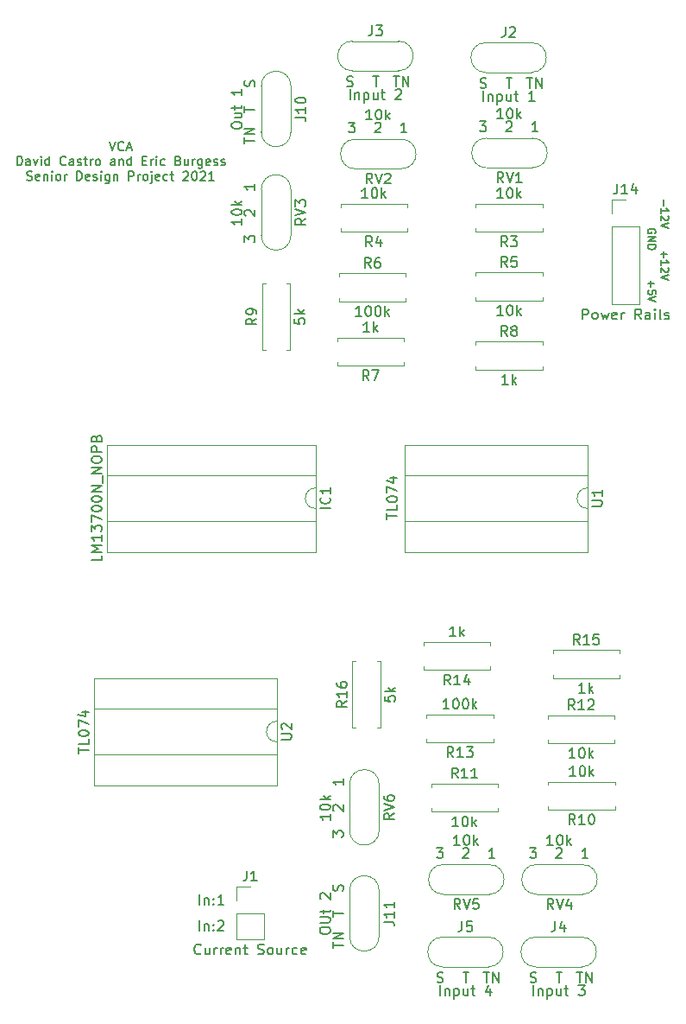
<source format=gto>
%TF.GenerationSoftware,KiCad,Pcbnew,(5.1.12)-1*%
%TF.CreationDate,2021-11-26T16:38:57-08:00*%
%TF.ProjectId,VCA_2.0,5643415f-322e-4302-9e6b-696361645f70,rev?*%
%TF.SameCoordinates,Original*%
%TF.FileFunction,Legend,Top*%
%TF.FilePolarity,Positive*%
%FSLAX46Y46*%
G04 Gerber Fmt 4.6, Leading zero omitted, Abs format (unit mm)*
G04 Created by KiCad (PCBNEW (5.1.12)-1) date 2021-11-26 16:38:57*
%MOMM*%
%LPD*%
G01*
G04 APERTURE LIST*
%ADD10C,0.150000*%
%ADD11C,0.127000*%
%ADD12C,0.120000*%
%ADD13C,1.700000*%
%ADD14R,1.700000X1.700000*%
%ADD15O,1.700000X1.700000*%
%ADD16C,1.600000*%
%ADD17O,1.600000X1.600000*%
%ADD18R,1.600000X2.400000*%
%ADD19O,1.600000X2.400000*%
G04 APERTURE END LIST*
D10*
X111863333Y-135072380D02*
X111863333Y-134072380D01*
X112339523Y-134405714D02*
X112339523Y-135072380D01*
X112339523Y-134500952D02*
X112387142Y-134453333D01*
X112482380Y-134405714D01*
X112625238Y-134405714D01*
X112720476Y-134453333D01*
X112768095Y-134548571D01*
X112768095Y-135072380D01*
X113244285Y-134977142D02*
X113291904Y-135024761D01*
X113244285Y-135072380D01*
X113196666Y-135024761D01*
X113244285Y-134977142D01*
X113244285Y-135072380D01*
X113244285Y-134453333D02*
X113291904Y-134500952D01*
X113244285Y-134548571D01*
X113196666Y-134500952D01*
X113244285Y-134453333D01*
X113244285Y-134548571D01*
X113672857Y-134167619D02*
X113720476Y-134120000D01*
X113815714Y-134072380D01*
X114053809Y-134072380D01*
X114149047Y-134120000D01*
X114196666Y-134167619D01*
X114244285Y-134262857D01*
X114244285Y-134358095D01*
X114196666Y-134500952D01*
X113625238Y-135072380D01*
X114244285Y-135072380D01*
X111863333Y-132532380D02*
X111863333Y-131532380D01*
X112339523Y-131865714D02*
X112339523Y-132532380D01*
X112339523Y-131960952D02*
X112387142Y-131913333D01*
X112482380Y-131865714D01*
X112625238Y-131865714D01*
X112720476Y-131913333D01*
X112768095Y-132008571D01*
X112768095Y-132532380D01*
X113244285Y-132437142D02*
X113291904Y-132484761D01*
X113244285Y-132532380D01*
X113196666Y-132484761D01*
X113244285Y-132437142D01*
X113244285Y-132532380D01*
X113244285Y-131913333D02*
X113291904Y-131960952D01*
X113244285Y-132008571D01*
X113196666Y-131960952D01*
X113244285Y-131913333D01*
X113244285Y-132008571D01*
X114244285Y-132532380D02*
X113672857Y-132532380D01*
X113958571Y-132532380D02*
X113958571Y-131532380D01*
X113863333Y-131675238D01*
X113768095Y-131770476D01*
X113672857Y-131818095D01*
D11*
X156155571Y-71410285D02*
X156155571Y-71990857D01*
X155865285Y-71700571D02*
X156445857Y-71700571D01*
X156627285Y-72716571D02*
X156627285Y-72353714D01*
X156264428Y-72317428D01*
X156300714Y-72353714D01*
X156337000Y-72426285D01*
X156337000Y-72607714D01*
X156300714Y-72680285D01*
X156264428Y-72716571D01*
X156191857Y-72752857D01*
X156010428Y-72752857D01*
X155937857Y-72716571D01*
X155901571Y-72680285D01*
X155865285Y-72607714D01*
X155865285Y-72426285D01*
X155901571Y-72353714D01*
X155937857Y-72317428D01*
X156627285Y-72970571D02*
X155865285Y-73224571D01*
X156627285Y-73478571D01*
X157425571Y-68507428D02*
X157425571Y-69088000D01*
X157135285Y-68797714D02*
X157715857Y-68797714D01*
X157135285Y-69850000D02*
X157135285Y-69414571D01*
X157135285Y-69632285D02*
X157897285Y-69632285D01*
X157788428Y-69559714D01*
X157715857Y-69487142D01*
X157679571Y-69414571D01*
X157824714Y-70140285D02*
X157861000Y-70176571D01*
X157897285Y-70249142D01*
X157897285Y-70430571D01*
X157861000Y-70503142D01*
X157824714Y-70539428D01*
X157752142Y-70575714D01*
X157679571Y-70575714D01*
X157570714Y-70539428D01*
X157135285Y-70104000D01*
X157135285Y-70575714D01*
X157897285Y-70793428D02*
X157135285Y-71047428D01*
X157897285Y-71301428D01*
X156591000Y-66729428D02*
X156627285Y-66656857D01*
X156627285Y-66548000D01*
X156591000Y-66439142D01*
X156518428Y-66366571D01*
X156445857Y-66330285D01*
X156300714Y-66294000D01*
X156191857Y-66294000D01*
X156046714Y-66330285D01*
X155974142Y-66366571D01*
X155901571Y-66439142D01*
X155865285Y-66548000D01*
X155865285Y-66620571D01*
X155901571Y-66729428D01*
X155937857Y-66765714D01*
X156191857Y-66765714D01*
X156191857Y-66620571D01*
X155865285Y-67092285D02*
X156627285Y-67092285D01*
X155865285Y-67527714D01*
X156627285Y-67527714D01*
X155865285Y-67890571D02*
X156627285Y-67890571D01*
X156627285Y-68072000D01*
X156591000Y-68180857D01*
X156518428Y-68253428D01*
X156445857Y-68289714D01*
X156300714Y-68326000D01*
X156191857Y-68326000D01*
X156046714Y-68289714D01*
X155974142Y-68253428D01*
X155901571Y-68180857D01*
X155865285Y-68072000D01*
X155865285Y-67890571D01*
X157425571Y-63427428D02*
X157425571Y-64008000D01*
X157135285Y-64770000D02*
X157135285Y-64334571D01*
X157135285Y-64552285D02*
X157897285Y-64552285D01*
X157788428Y-64479714D01*
X157715857Y-64407142D01*
X157679571Y-64334571D01*
X157824714Y-65060285D02*
X157861000Y-65096571D01*
X157897285Y-65169142D01*
X157897285Y-65350571D01*
X157861000Y-65423142D01*
X157824714Y-65459428D01*
X157752142Y-65495714D01*
X157679571Y-65495714D01*
X157570714Y-65459428D01*
X157135285Y-65024000D01*
X157135285Y-65495714D01*
X157897285Y-65713428D02*
X157135285Y-65967428D01*
X157897285Y-66221428D01*
X103018166Y-57742666D02*
X103314500Y-58631666D01*
X103610833Y-57742666D01*
X104415166Y-58547000D02*
X104372833Y-58589333D01*
X104245833Y-58631666D01*
X104161166Y-58631666D01*
X104034166Y-58589333D01*
X103949500Y-58504666D01*
X103907166Y-58420000D01*
X103864833Y-58250666D01*
X103864833Y-58123666D01*
X103907166Y-57954333D01*
X103949500Y-57869666D01*
X104034166Y-57785000D01*
X104161166Y-57742666D01*
X104245833Y-57742666D01*
X104372833Y-57785000D01*
X104415166Y-57827333D01*
X104753833Y-58377666D02*
X105177166Y-58377666D01*
X104669166Y-58631666D02*
X104965500Y-57742666D01*
X105261833Y-58631666D01*
X93958833Y-60092166D02*
X93958833Y-59203166D01*
X94170499Y-59203166D01*
X94297499Y-59245500D01*
X94382166Y-59330166D01*
X94424499Y-59414833D01*
X94466833Y-59584166D01*
X94466833Y-59711166D01*
X94424499Y-59880500D01*
X94382166Y-59965166D01*
X94297499Y-60049833D01*
X94170499Y-60092166D01*
X93958833Y-60092166D01*
X95228833Y-60092166D02*
X95228833Y-59626500D01*
X95186499Y-59541833D01*
X95101833Y-59499500D01*
X94932499Y-59499500D01*
X94847833Y-59541833D01*
X95228833Y-60049833D02*
X95144166Y-60092166D01*
X94932499Y-60092166D01*
X94847833Y-60049833D01*
X94805499Y-59965166D01*
X94805499Y-59880500D01*
X94847833Y-59795833D01*
X94932499Y-59753500D01*
X95144166Y-59753500D01*
X95228833Y-59711166D01*
X95567499Y-59499500D02*
X95779166Y-60092166D01*
X95990833Y-59499500D01*
X96329499Y-60092166D02*
X96329499Y-59499500D01*
X96329499Y-59203166D02*
X96287166Y-59245500D01*
X96329499Y-59287833D01*
X96371833Y-59245500D01*
X96329499Y-59203166D01*
X96329499Y-59287833D01*
X97133833Y-60092166D02*
X97133833Y-59203166D01*
X97133833Y-60049833D02*
X97049166Y-60092166D01*
X96879833Y-60092166D01*
X96795166Y-60049833D01*
X96752833Y-60007500D01*
X96710499Y-59922833D01*
X96710499Y-59668833D01*
X96752833Y-59584166D01*
X96795166Y-59541833D01*
X96879833Y-59499500D01*
X97049166Y-59499500D01*
X97133833Y-59541833D01*
X98742499Y-60007500D02*
X98700166Y-60049833D01*
X98573166Y-60092166D01*
X98488499Y-60092166D01*
X98361499Y-60049833D01*
X98276833Y-59965166D01*
X98234499Y-59880500D01*
X98192166Y-59711166D01*
X98192166Y-59584166D01*
X98234499Y-59414833D01*
X98276833Y-59330166D01*
X98361499Y-59245500D01*
X98488499Y-59203166D01*
X98573166Y-59203166D01*
X98700166Y-59245500D01*
X98742499Y-59287833D01*
X99504499Y-60092166D02*
X99504499Y-59626500D01*
X99462166Y-59541833D01*
X99377499Y-59499500D01*
X99208166Y-59499500D01*
X99123499Y-59541833D01*
X99504499Y-60049833D02*
X99419833Y-60092166D01*
X99208166Y-60092166D01*
X99123499Y-60049833D01*
X99081166Y-59965166D01*
X99081166Y-59880500D01*
X99123499Y-59795833D01*
X99208166Y-59753500D01*
X99419833Y-59753500D01*
X99504499Y-59711166D01*
X99885499Y-60049833D02*
X99970166Y-60092166D01*
X100139499Y-60092166D01*
X100224166Y-60049833D01*
X100266499Y-59965166D01*
X100266499Y-59922833D01*
X100224166Y-59838166D01*
X100139499Y-59795833D01*
X100012499Y-59795833D01*
X99927833Y-59753500D01*
X99885499Y-59668833D01*
X99885499Y-59626500D01*
X99927833Y-59541833D01*
X100012499Y-59499500D01*
X100139499Y-59499500D01*
X100224166Y-59541833D01*
X100520499Y-59499500D02*
X100859166Y-59499500D01*
X100647499Y-59203166D02*
X100647499Y-59965166D01*
X100689833Y-60049833D01*
X100774499Y-60092166D01*
X100859166Y-60092166D01*
X101155499Y-60092166D02*
X101155499Y-59499500D01*
X101155499Y-59668833D02*
X101197833Y-59584166D01*
X101240166Y-59541833D01*
X101324833Y-59499500D01*
X101409499Y-59499500D01*
X101832833Y-60092166D02*
X101748166Y-60049833D01*
X101705833Y-60007500D01*
X101663499Y-59922833D01*
X101663499Y-59668833D01*
X101705833Y-59584166D01*
X101748166Y-59541833D01*
X101832833Y-59499500D01*
X101959833Y-59499500D01*
X102044499Y-59541833D01*
X102086833Y-59584166D01*
X102129166Y-59668833D01*
X102129166Y-59922833D01*
X102086833Y-60007500D01*
X102044499Y-60049833D01*
X101959833Y-60092166D01*
X101832833Y-60092166D01*
X103568499Y-60092166D02*
X103568499Y-59626500D01*
X103526166Y-59541833D01*
X103441499Y-59499500D01*
X103272166Y-59499500D01*
X103187499Y-59541833D01*
X103568499Y-60049833D02*
X103483833Y-60092166D01*
X103272166Y-60092166D01*
X103187499Y-60049833D01*
X103145166Y-59965166D01*
X103145166Y-59880500D01*
X103187499Y-59795833D01*
X103272166Y-59753500D01*
X103483833Y-59753500D01*
X103568499Y-59711166D01*
X103991833Y-59499500D02*
X103991833Y-60092166D01*
X103991833Y-59584166D02*
X104034166Y-59541833D01*
X104118833Y-59499500D01*
X104245833Y-59499500D01*
X104330499Y-59541833D01*
X104372833Y-59626500D01*
X104372833Y-60092166D01*
X105177166Y-60092166D02*
X105177166Y-59203166D01*
X105177166Y-60049833D02*
X105092499Y-60092166D01*
X104923166Y-60092166D01*
X104838499Y-60049833D01*
X104796166Y-60007500D01*
X104753833Y-59922833D01*
X104753833Y-59668833D01*
X104796166Y-59584166D01*
X104838499Y-59541833D01*
X104923166Y-59499500D01*
X105092499Y-59499500D01*
X105177166Y-59541833D01*
X106277833Y-59626500D02*
X106574166Y-59626500D01*
X106701166Y-60092166D02*
X106277833Y-60092166D01*
X106277833Y-59203166D01*
X106701166Y-59203166D01*
X107082166Y-60092166D02*
X107082166Y-59499500D01*
X107082166Y-59668833D02*
X107124500Y-59584166D01*
X107166833Y-59541833D01*
X107251500Y-59499500D01*
X107336166Y-59499500D01*
X107632500Y-60092166D02*
X107632500Y-59499500D01*
X107632500Y-59203166D02*
X107590166Y-59245500D01*
X107632500Y-59287833D01*
X107674833Y-59245500D01*
X107632500Y-59203166D01*
X107632500Y-59287833D01*
X108436833Y-60049833D02*
X108352166Y-60092166D01*
X108182833Y-60092166D01*
X108098166Y-60049833D01*
X108055833Y-60007500D01*
X108013500Y-59922833D01*
X108013500Y-59668833D01*
X108055833Y-59584166D01*
X108098166Y-59541833D01*
X108182833Y-59499500D01*
X108352166Y-59499500D01*
X108436833Y-59541833D01*
X109791500Y-59626500D02*
X109918500Y-59668833D01*
X109960833Y-59711166D01*
X110003166Y-59795833D01*
X110003166Y-59922833D01*
X109960833Y-60007500D01*
X109918500Y-60049833D01*
X109833833Y-60092166D01*
X109495166Y-60092166D01*
X109495166Y-59203166D01*
X109791500Y-59203166D01*
X109876166Y-59245500D01*
X109918500Y-59287833D01*
X109960833Y-59372500D01*
X109960833Y-59457166D01*
X109918500Y-59541833D01*
X109876166Y-59584166D01*
X109791500Y-59626500D01*
X109495166Y-59626500D01*
X110765166Y-59499500D02*
X110765166Y-60092166D01*
X110384166Y-59499500D02*
X110384166Y-59965166D01*
X110426500Y-60049833D01*
X110511166Y-60092166D01*
X110638166Y-60092166D01*
X110722833Y-60049833D01*
X110765166Y-60007500D01*
X111188500Y-60092166D02*
X111188500Y-59499500D01*
X111188500Y-59668833D02*
X111230833Y-59584166D01*
X111273166Y-59541833D01*
X111357833Y-59499500D01*
X111442500Y-59499500D01*
X112119833Y-59499500D02*
X112119833Y-60219166D01*
X112077500Y-60303833D01*
X112035166Y-60346166D01*
X111950500Y-60388500D01*
X111823500Y-60388500D01*
X111738833Y-60346166D01*
X112119833Y-60049833D02*
X112035166Y-60092166D01*
X111865833Y-60092166D01*
X111781166Y-60049833D01*
X111738833Y-60007500D01*
X111696500Y-59922833D01*
X111696500Y-59668833D01*
X111738833Y-59584166D01*
X111781166Y-59541833D01*
X111865833Y-59499500D01*
X112035166Y-59499500D01*
X112119833Y-59541833D01*
X112881833Y-60049833D02*
X112797166Y-60092166D01*
X112627833Y-60092166D01*
X112543166Y-60049833D01*
X112500833Y-59965166D01*
X112500833Y-59626500D01*
X112543166Y-59541833D01*
X112627833Y-59499500D01*
X112797166Y-59499500D01*
X112881833Y-59541833D01*
X112924166Y-59626500D01*
X112924166Y-59711166D01*
X112500833Y-59795833D01*
X113262833Y-60049833D02*
X113347500Y-60092166D01*
X113516833Y-60092166D01*
X113601500Y-60049833D01*
X113643833Y-59965166D01*
X113643833Y-59922833D01*
X113601500Y-59838166D01*
X113516833Y-59795833D01*
X113389833Y-59795833D01*
X113305166Y-59753500D01*
X113262833Y-59668833D01*
X113262833Y-59626500D01*
X113305166Y-59541833D01*
X113389833Y-59499500D01*
X113516833Y-59499500D01*
X113601500Y-59541833D01*
X113982500Y-60049833D02*
X114067166Y-60092166D01*
X114236500Y-60092166D01*
X114321166Y-60049833D01*
X114363500Y-59965166D01*
X114363500Y-59922833D01*
X114321166Y-59838166D01*
X114236500Y-59795833D01*
X114109500Y-59795833D01*
X114024833Y-59753500D01*
X113982500Y-59668833D01*
X113982500Y-59626500D01*
X114024833Y-59541833D01*
X114109500Y-59499500D01*
X114236500Y-59499500D01*
X114321166Y-59541833D01*
X94953666Y-61510333D02*
X95080666Y-61552666D01*
X95292333Y-61552666D01*
X95377000Y-61510333D01*
X95419333Y-61468000D01*
X95461666Y-61383333D01*
X95461666Y-61298666D01*
X95419333Y-61214000D01*
X95377000Y-61171666D01*
X95292333Y-61129333D01*
X95123000Y-61087000D01*
X95038333Y-61044666D01*
X94996000Y-61002333D01*
X94953666Y-60917666D01*
X94953666Y-60833000D01*
X94996000Y-60748333D01*
X95038333Y-60706000D01*
X95123000Y-60663666D01*
X95334666Y-60663666D01*
X95461666Y-60706000D01*
X96181333Y-61510333D02*
X96096666Y-61552666D01*
X95927333Y-61552666D01*
X95842666Y-61510333D01*
X95800333Y-61425666D01*
X95800333Y-61087000D01*
X95842666Y-61002333D01*
X95927333Y-60960000D01*
X96096666Y-60960000D01*
X96181333Y-61002333D01*
X96223666Y-61087000D01*
X96223666Y-61171666D01*
X95800333Y-61256333D01*
X96604666Y-60960000D02*
X96604666Y-61552666D01*
X96604666Y-61044666D02*
X96647000Y-61002333D01*
X96731666Y-60960000D01*
X96858666Y-60960000D01*
X96943333Y-61002333D01*
X96985666Y-61087000D01*
X96985666Y-61552666D01*
X97409000Y-61552666D02*
X97409000Y-60960000D01*
X97409000Y-60663666D02*
X97366666Y-60706000D01*
X97409000Y-60748333D01*
X97451333Y-60706000D01*
X97409000Y-60663666D01*
X97409000Y-60748333D01*
X97959333Y-61552666D02*
X97874666Y-61510333D01*
X97832333Y-61468000D01*
X97790000Y-61383333D01*
X97790000Y-61129333D01*
X97832333Y-61044666D01*
X97874666Y-61002333D01*
X97959333Y-60960000D01*
X98086333Y-60960000D01*
X98171000Y-61002333D01*
X98213333Y-61044666D01*
X98255666Y-61129333D01*
X98255666Y-61383333D01*
X98213333Y-61468000D01*
X98171000Y-61510333D01*
X98086333Y-61552666D01*
X97959333Y-61552666D01*
X98636666Y-61552666D02*
X98636666Y-60960000D01*
X98636666Y-61129333D02*
X98679000Y-61044666D01*
X98721333Y-61002333D01*
X98806000Y-60960000D01*
X98890666Y-60960000D01*
X99864333Y-61552666D02*
X99864333Y-60663666D01*
X100076000Y-60663666D01*
X100203000Y-60706000D01*
X100287666Y-60790666D01*
X100330000Y-60875333D01*
X100372333Y-61044666D01*
X100372333Y-61171666D01*
X100330000Y-61341000D01*
X100287666Y-61425666D01*
X100203000Y-61510333D01*
X100076000Y-61552666D01*
X99864333Y-61552666D01*
X101092000Y-61510333D02*
X101007333Y-61552666D01*
X100838000Y-61552666D01*
X100753333Y-61510333D01*
X100711000Y-61425666D01*
X100711000Y-61087000D01*
X100753333Y-61002333D01*
X100838000Y-60960000D01*
X101007333Y-60960000D01*
X101092000Y-61002333D01*
X101134333Y-61087000D01*
X101134333Y-61171666D01*
X100711000Y-61256333D01*
X101473000Y-61510333D02*
X101557666Y-61552666D01*
X101727000Y-61552666D01*
X101811666Y-61510333D01*
X101854000Y-61425666D01*
X101854000Y-61383333D01*
X101811666Y-61298666D01*
X101727000Y-61256333D01*
X101600000Y-61256333D01*
X101515333Y-61214000D01*
X101473000Y-61129333D01*
X101473000Y-61087000D01*
X101515333Y-61002333D01*
X101600000Y-60960000D01*
X101727000Y-60960000D01*
X101811666Y-61002333D01*
X102235000Y-61552666D02*
X102235000Y-60960000D01*
X102235000Y-60663666D02*
X102192666Y-60706000D01*
X102235000Y-60748333D01*
X102277333Y-60706000D01*
X102235000Y-60663666D01*
X102235000Y-60748333D01*
X103039333Y-60960000D02*
X103039333Y-61679666D01*
X102997000Y-61764333D01*
X102954666Y-61806666D01*
X102870000Y-61849000D01*
X102743000Y-61849000D01*
X102658333Y-61806666D01*
X103039333Y-61510333D02*
X102954666Y-61552666D01*
X102785333Y-61552666D01*
X102700666Y-61510333D01*
X102658333Y-61468000D01*
X102616000Y-61383333D01*
X102616000Y-61129333D01*
X102658333Y-61044666D01*
X102700666Y-61002333D01*
X102785333Y-60960000D01*
X102954666Y-60960000D01*
X103039333Y-61002333D01*
X103462666Y-60960000D02*
X103462666Y-61552666D01*
X103462666Y-61044666D02*
X103505000Y-61002333D01*
X103589666Y-60960000D01*
X103716666Y-60960000D01*
X103801333Y-61002333D01*
X103843666Y-61087000D01*
X103843666Y-61552666D01*
X104944333Y-61552666D02*
X104944333Y-60663666D01*
X105283000Y-60663666D01*
X105367666Y-60706000D01*
X105410000Y-60748333D01*
X105452333Y-60833000D01*
X105452333Y-60960000D01*
X105410000Y-61044666D01*
X105367666Y-61087000D01*
X105283000Y-61129333D01*
X104944333Y-61129333D01*
X105833333Y-61552666D02*
X105833333Y-60960000D01*
X105833333Y-61129333D02*
X105875666Y-61044666D01*
X105918000Y-61002333D01*
X106002666Y-60960000D01*
X106087333Y-60960000D01*
X106510666Y-61552666D02*
X106426000Y-61510333D01*
X106383666Y-61468000D01*
X106341333Y-61383333D01*
X106341333Y-61129333D01*
X106383666Y-61044666D01*
X106426000Y-61002333D01*
X106510666Y-60960000D01*
X106637666Y-60960000D01*
X106722333Y-61002333D01*
X106764666Y-61044666D01*
X106807000Y-61129333D01*
X106807000Y-61383333D01*
X106764666Y-61468000D01*
X106722333Y-61510333D01*
X106637666Y-61552666D01*
X106510666Y-61552666D01*
X107188000Y-60960000D02*
X107188000Y-61722000D01*
X107145666Y-61806666D01*
X107061000Y-61849000D01*
X107018666Y-61849000D01*
X107188000Y-60663666D02*
X107145666Y-60706000D01*
X107188000Y-60748333D01*
X107230333Y-60706000D01*
X107188000Y-60663666D01*
X107188000Y-60748333D01*
X107950000Y-61510333D02*
X107865333Y-61552666D01*
X107696000Y-61552666D01*
X107611333Y-61510333D01*
X107569000Y-61425666D01*
X107569000Y-61087000D01*
X107611333Y-61002333D01*
X107696000Y-60960000D01*
X107865333Y-60960000D01*
X107950000Y-61002333D01*
X107992333Y-61087000D01*
X107992333Y-61171666D01*
X107569000Y-61256333D01*
X108754333Y-61510333D02*
X108669666Y-61552666D01*
X108500333Y-61552666D01*
X108415666Y-61510333D01*
X108373333Y-61468000D01*
X108331000Y-61383333D01*
X108331000Y-61129333D01*
X108373333Y-61044666D01*
X108415666Y-61002333D01*
X108500333Y-60960000D01*
X108669666Y-60960000D01*
X108754333Y-61002333D01*
X109008333Y-60960000D02*
X109347000Y-60960000D01*
X109135333Y-60663666D02*
X109135333Y-61425666D01*
X109177666Y-61510333D01*
X109262333Y-61552666D01*
X109347000Y-61552666D01*
X110278333Y-60748333D02*
X110320666Y-60706000D01*
X110405333Y-60663666D01*
X110617000Y-60663666D01*
X110701666Y-60706000D01*
X110744000Y-60748333D01*
X110786333Y-60833000D01*
X110786333Y-60917666D01*
X110744000Y-61044666D01*
X110236000Y-61552666D01*
X110786333Y-61552666D01*
X111336666Y-60663666D02*
X111421333Y-60663666D01*
X111506000Y-60706000D01*
X111548333Y-60748333D01*
X111590666Y-60833000D01*
X111633000Y-61002333D01*
X111633000Y-61214000D01*
X111590666Y-61383333D01*
X111548333Y-61468000D01*
X111506000Y-61510333D01*
X111421333Y-61552666D01*
X111336666Y-61552666D01*
X111252000Y-61510333D01*
X111209666Y-61468000D01*
X111167333Y-61383333D01*
X111125000Y-61214000D01*
X111125000Y-61002333D01*
X111167333Y-60833000D01*
X111209666Y-60748333D01*
X111252000Y-60706000D01*
X111336666Y-60663666D01*
X111971666Y-60748333D02*
X112014000Y-60706000D01*
X112098666Y-60663666D01*
X112310333Y-60663666D01*
X112395000Y-60706000D01*
X112437333Y-60748333D01*
X112479666Y-60833000D01*
X112479666Y-60917666D01*
X112437333Y-61044666D01*
X111929333Y-61552666D01*
X112479666Y-61552666D01*
X113326333Y-61552666D02*
X112818333Y-61552666D01*
X113072333Y-61552666D02*
X113072333Y-60663666D01*
X112987666Y-60790666D01*
X112903000Y-60875333D01*
X112818333Y-60917666D01*
D12*
%TO.C,J2*%
X139950000Y-48080000D02*
X144450000Y-48080000D01*
X139950000Y-50980000D02*
X144450000Y-50980000D01*
X139950000Y-50980000D02*
G75*
G02*
X139950000Y-48080000I0J1450000D01*
G01*
X144450000Y-50980000D02*
G75*
G03*
X144450000Y-48080000I0J1450000D01*
G01*
%TO.C,J3*%
X126877000Y-50826000D02*
X131377000Y-50826000D01*
X126877000Y-47926000D02*
X131377000Y-47926000D01*
X131377000Y-50826000D02*
G75*
G03*
X131377000Y-47926000I0J1450000D01*
G01*
X126877000Y-50826000D02*
G75*
G02*
X126877000Y-47926000I0J1450000D01*
G01*
%TO.C,J4*%
X144856000Y-138616000D02*
X149356000Y-138616000D01*
X144856000Y-135716000D02*
X149356000Y-135716000D01*
X149356000Y-138616000D02*
G75*
G03*
X149356000Y-135716000I0J1450000D01*
G01*
X144856000Y-138616000D02*
G75*
G02*
X144856000Y-135716000I0J1450000D01*
G01*
%TO.C,J5*%
X135712000Y-135716000D02*
X140212000Y-135716000D01*
X135712000Y-138616000D02*
X140212000Y-138616000D01*
X135712000Y-138616000D02*
G75*
G02*
X135712000Y-135716000I0J1450000D01*
G01*
X140212000Y-138616000D02*
G75*
G03*
X140212000Y-135716000I0J1450000D01*
G01*
%TO.C,J10*%
X117930000Y-52320000D02*
X117930000Y-56820000D01*
X120830000Y-52320000D02*
X120830000Y-56820000D01*
X117930000Y-56820000D02*
G75*
G03*
X120830000Y-56820000I1450000J0D01*
G01*
X117930000Y-52320000D02*
G75*
G02*
X120830000Y-52320000I1450000J0D01*
G01*
%TO.C,J11*%
X129490000Y-131140000D02*
X129490000Y-135640000D01*
X126590000Y-131140000D02*
X126590000Y-135640000D01*
X126590000Y-131140000D02*
G75*
G02*
X129490000Y-131140000I1450000J0D01*
G01*
X126590000Y-135640000D02*
G75*
G03*
X129490000Y-135640000I1450000J0D01*
G01*
%TO.C,J14*%
X152340000Y-63440000D02*
X153670000Y-63440000D01*
X152340000Y-64770000D02*
X152340000Y-63440000D01*
X152340000Y-66040000D02*
X155000000Y-66040000D01*
X155000000Y-66040000D02*
X155000000Y-73720000D01*
X152340000Y-66040000D02*
X152340000Y-73720000D01*
X152340000Y-73720000D02*
X155000000Y-73720000D01*
%TO.C,R3*%
X138970000Y-63856000D02*
X138970000Y-64186000D01*
X145510000Y-63856000D02*
X138970000Y-63856000D01*
X145510000Y-64186000D02*
X145510000Y-63856000D01*
X138970000Y-66596000D02*
X138970000Y-66266000D01*
X145510000Y-66596000D02*
X138970000Y-66596000D01*
X145510000Y-66266000D02*
X145510000Y-66596000D01*
%TO.C,R4*%
X132234000Y-66266000D02*
X132234000Y-66596000D01*
X132234000Y-66596000D02*
X125694000Y-66596000D01*
X125694000Y-66596000D02*
X125694000Y-66266000D01*
X132234000Y-64186000D02*
X132234000Y-63856000D01*
X132234000Y-63856000D02*
X125694000Y-63856000D01*
X125694000Y-63856000D02*
X125694000Y-64186000D01*
%TO.C,R5*%
X145510000Y-73335000D02*
X145510000Y-73005000D01*
X138970000Y-73335000D02*
X145510000Y-73335000D01*
X138970000Y-73005000D02*
X138970000Y-73335000D01*
X145510000Y-70595000D02*
X145510000Y-70925000D01*
X138970000Y-70595000D02*
X145510000Y-70595000D01*
X138970000Y-70925000D02*
X138970000Y-70595000D01*
%TO.C,R6*%
X132100000Y-73420000D02*
X132100000Y-73090000D01*
X125560000Y-73420000D02*
X132100000Y-73420000D01*
X125560000Y-73090000D02*
X125560000Y-73420000D01*
X132100000Y-70680000D02*
X132100000Y-71010000D01*
X125560000Y-70680000D02*
X132100000Y-70680000D01*
X125560000Y-71010000D02*
X125560000Y-70680000D01*
%TO.C,R7*%
X125380000Y-76980000D02*
X125380000Y-77310000D01*
X131920000Y-76980000D02*
X125380000Y-76980000D01*
X131920000Y-77310000D02*
X131920000Y-76980000D01*
X125380000Y-79720000D02*
X125380000Y-79390000D01*
X131920000Y-79720000D02*
X125380000Y-79720000D01*
X131920000Y-79390000D02*
X131920000Y-79720000D01*
%TO.C,R8*%
X138970000Y-77700000D02*
X138970000Y-77370000D01*
X138970000Y-77370000D02*
X145510000Y-77370000D01*
X145510000Y-77370000D02*
X145510000Y-77700000D01*
X138970000Y-79780000D02*
X138970000Y-80110000D01*
X138970000Y-80110000D02*
X145510000Y-80110000D01*
X145510000Y-80110000D02*
X145510000Y-79780000D01*
%TO.C,R9*%
X120750000Y-71660000D02*
X120420000Y-71660000D01*
X120750000Y-78200000D02*
X120750000Y-71660000D01*
X120420000Y-78200000D02*
X120750000Y-78200000D01*
X118010000Y-71660000D02*
X118340000Y-71660000D01*
X118010000Y-78200000D02*
X118010000Y-71660000D01*
X118340000Y-78200000D02*
X118010000Y-78200000D01*
%TO.C,R10*%
X152630000Y-122890000D02*
X152630000Y-123220000D01*
X152630000Y-123220000D02*
X146090000Y-123220000D01*
X146090000Y-123220000D02*
X146090000Y-122890000D01*
X152630000Y-120810000D02*
X152630000Y-120480000D01*
X152630000Y-120480000D02*
X146090000Y-120480000D01*
X146090000Y-120480000D02*
X146090000Y-120810000D01*
%TO.C,R11*%
X141130000Y-123420000D02*
X141130000Y-123090000D01*
X134590000Y-123420000D02*
X141130000Y-123420000D01*
X134590000Y-123090000D02*
X134590000Y-123420000D01*
X141130000Y-120680000D02*
X141130000Y-121010000D01*
X134590000Y-120680000D02*
X141130000Y-120680000D01*
X134590000Y-121010000D02*
X134590000Y-120680000D01*
%TO.C,R12*%
X152580000Y-116720000D02*
X152580000Y-116390000D01*
X146040000Y-116720000D02*
X152580000Y-116720000D01*
X146040000Y-116390000D02*
X146040000Y-116720000D01*
X152580000Y-113980000D02*
X152580000Y-114310000D01*
X146040000Y-113980000D02*
X152580000Y-113980000D01*
X146040000Y-114310000D02*
X146040000Y-113980000D01*
%TO.C,R13*%
X140690000Y-116300000D02*
X140690000Y-116630000D01*
X140690000Y-116630000D02*
X134150000Y-116630000D01*
X134150000Y-116630000D02*
X134150000Y-116300000D01*
X140690000Y-114220000D02*
X140690000Y-113890000D01*
X140690000Y-113890000D02*
X134150000Y-113890000D01*
X134150000Y-113890000D02*
X134150000Y-114220000D01*
%TO.C,R14*%
X133860000Y-106800000D02*
X133860000Y-107130000D01*
X140400000Y-106800000D02*
X133860000Y-106800000D01*
X140400000Y-107130000D02*
X140400000Y-106800000D01*
X133860000Y-109540000D02*
X133860000Y-109210000D01*
X140400000Y-109540000D02*
X133860000Y-109540000D01*
X140400000Y-109210000D02*
X140400000Y-109540000D01*
%TO.C,R15*%
X146530000Y-107910000D02*
X146530000Y-107580000D01*
X146530000Y-107580000D02*
X153070000Y-107580000D01*
X153070000Y-107580000D02*
X153070000Y-107910000D01*
X146530000Y-109990000D02*
X146530000Y-110320000D01*
X146530000Y-110320000D02*
X153070000Y-110320000D01*
X153070000Y-110320000D02*
X153070000Y-109990000D01*
%TO.C,R16*%
X127190000Y-115210000D02*
X126860000Y-115210000D01*
X126860000Y-115210000D02*
X126860000Y-108670000D01*
X126860000Y-108670000D02*
X127190000Y-108670000D01*
X129270000Y-115210000D02*
X129600000Y-115210000D01*
X129600000Y-115210000D02*
X129600000Y-108670000D01*
X129600000Y-108670000D02*
X129270000Y-108670000D01*
%TO.C,RV1*%
X144530000Y-57426000D02*
X140030000Y-57426000D01*
X144530000Y-60326000D02*
X140030000Y-60326000D01*
X144530000Y-57426000D02*
G75*
G02*
X144530000Y-60326000I0J-1450000D01*
G01*
X140030000Y-57426000D02*
G75*
G03*
X140030000Y-60326000I0J-1450000D01*
G01*
%TO.C,RV2*%
X131660000Y-60428000D02*
X127160000Y-60428000D01*
X131660000Y-57528000D02*
X127160000Y-57528000D01*
X127160000Y-57528000D02*
G75*
G03*
X127160000Y-60428000I0J-1450000D01*
G01*
X131660000Y-57528000D02*
G75*
G02*
X131660000Y-60428000I0J-1450000D01*
G01*
%TO.C,RV3*%
X117930000Y-62460000D02*
X117930000Y-66960000D01*
X120830000Y-62460000D02*
X120830000Y-66960000D01*
X117930000Y-62460000D02*
G75*
G02*
X120830000Y-62460000I1450000J0D01*
G01*
X117930000Y-66960000D02*
G75*
G03*
X120830000Y-66960000I1450000J0D01*
G01*
%TO.C,RV4*%
X149436000Y-128604000D02*
X144936000Y-128604000D01*
X149436000Y-131504000D02*
X144936000Y-131504000D01*
X149436000Y-128604000D02*
G75*
G02*
X149436000Y-131504000I0J-1450000D01*
G01*
X144936000Y-128604000D02*
G75*
G03*
X144936000Y-131504000I0J-1450000D01*
G01*
%TO.C,RV5*%
X140292000Y-128604000D02*
X135792000Y-128604000D01*
X140292000Y-131504000D02*
X135792000Y-131504000D01*
X140292000Y-128604000D02*
G75*
G02*
X140292000Y-131504000I0J-1450000D01*
G01*
X135792000Y-128604000D02*
G75*
G03*
X135792000Y-131504000I0J-1450000D01*
G01*
%TO.C,RV6*%
X129490000Y-120750000D02*
X129490000Y-125250000D01*
X126590000Y-120750000D02*
X126590000Y-125250000D01*
X126590000Y-125250000D02*
G75*
G03*
X129490000Y-125250000I1450000J0D01*
G01*
X126590000Y-120750000D02*
G75*
G02*
X129490000Y-120750000I1450000J0D01*
G01*
%TO.C,U1*%
X149980000Y-97960000D02*
X149980000Y-87460000D01*
X131960000Y-97960000D02*
X149980000Y-97960000D01*
X131960000Y-87460000D02*
X131960000Y-97960000D01*
X149980000Y-87460000D02*
X131960000Y-87460000D01*
X149920000Y-94960000D02*
X149920000Y-93710000D01*
X132020000Y-94960000D02*
X149920000Y-94960000D01*
X132020000Y-90460000D02*
X132020000Y-94960000D01*
X149920000Y-90460000D02*
X132020000Y-90460000D01*
X149920000Y-91710000D02*
X149920000Y-90460000D01*
X149920000Y-93710000D02*
G75*
G02*
X149920000Y-91710000I0J1000000D01*
G01*
%TO.C,U2*%
X119440000Y-114570000D02*
X119440000Y-113320000D01*
X119440000Y-113320000D02*
X101540000Y-113320000D01*
X101540000Y-113320000D02*
X101540000Y-117820000D01*
X101540000Y-117820000D02*
X119440000Y-117820000D01*
X119440000Y-117820000D02*
X119440000Y-116570000D01*
X119500000Y-110320000D02*
X101480000Y-110320000D01*
X101480000Y-110320000D02*
X101480000Y-120820000D01*
X101480000Y-120820000D02*
X119500000Y-120820000D01*
X119500000Y-120820000D02*
X119500000Y-110320000D01*
X119440000Y-116570000D02*
G75*
G02*
X119440000Y-114570000I0J1000000D01*
G01*
%TO.C,J1*%
X115510000Y-135950000D02*
X118170000Y-135950000D01*
X115510000Y-133350000D02*
X115510000Y-135950000D01*
X118170000Y-133350000D02*
X118170000Y-135950000D01*
X115510000Y-133350000D02*
X118170000Y-133350000D01*
X115510000Y-132080000D02*
X115510000Y-130750000D01*
X115510000Y-130750000D02*
X116840000Y-130750000D01*
%TO.C,IC1*%
X123250000Y-91710000D02*
X123250000Y-90460000D01*
X123250000Y-90460000D02*
X102810000Y-90460000D01*
X102810000Y-90460000D02*
X102810000Y-94960000D01*
X102810000Y-94960000D02*
X123250000Y-94960000D01*
X123250000Y-94960000D02*
X123250000Y-93710000D01*
X123310000Y-87460000D02*
X102750000Y-87460000D01*
X102750000Y-87460000D02*
X102750000Y-97960000D01*
X102750000Y-97960000D02*
X123310000Y-97960000D01*
X123310000Y-97960000D02*
X123310000Y-87460000D01*
X123250000Y-93710000D02*
G75*
G02*
X123250000Y-91710000I0J1000000D01*
G01*
%TO.C,J2*%
D10*
X141866666Y-46532380D02*
X141866666Y-47246666D01*
X141819047Y-47389523D01*
X141723809Y-47484761D01*
X141580952Y-47532380D01*
X141485714Y-47532380D01*
X142295238Y-46627619D02*
X142342857Y-46580000D01*
X142438095Y-46532380D01*
X142676190Y-46532380D01*
X142771428Y-46580000D01*
X142819047Y-46627619D01*
X142866666Y-46722857D01*
X142866666Y-46818095D01*
X142819047Y-46960952D01*
X142247619Y-47532380D01*
X142866666Y-47532380D01*
X139700000Y-53792380D02*
X139700000Y-52792380D01*
X140176190Y-53125714D02*
X140176190Y-53792380D01*
X140176190Y-53220952D02*
X140223809Y-53173333D01*
X140319047Y-53125714D01*
X140461904Y-53125714D01*
X140557142Y-53173333D01*
X140604761Y-53268571D01*
X140604761Y-53792380D01*
X141080952Y-53125714D02*
X141080952Y-54125714D01*
X141080952Y-53173333D02*
X141176190Y-53125714D01*
X141366666Y-53125714D01*
X141461904Y-53173333D01*
X141509523Y-53220952D01*
X141557142Y-53316190D01*
X141557142Y-53601904D01*
X141509523Y-53697142D01*
X141461904Y-53744761D01*
X141366666Y-53792380D01*
X141176190Y-53792380D01*
X141080952Y-53744761D01*
X142414285Y-53125714D02*
X142414285Y-53792380D01*
X141985714Y-53125714D02*
X141985714Y-53649523D01*
X142033333Y-53744761D01*
X142128571Y-53792380D01*
X142271428Y-53792380D01*
X142366666Y-53744761D01*
X142414285Y-53697142D01*
X142747619Y-53125714D02*
X143128571Y-53125714D01*
X142890476Y-52792380D02*
X142890476Y-53649523D01*
X142938095Y-53744761D01*
X143033333Y-53792380D01*
X143128571Y-53792380D01*
X144747619Y-53792380D02*
X144176190Y-53792380D01*
X144461904Y-53792380D02*
X144461904Y-52792380D01*
X144366666Y-52935238D01*
X144271428Y-53030476D01*
X144176190Y-53078095D01*
X143970476Y-51522380D02*
X144541904Y-51522380D01*
X144256190Y-52522380D02*
X144256190Y-51522380D01*
X144875238Y-52522380D02*
X144875238Y-51522380D01*
X145446666Y-52522380D01*
X145446666Y-51522380D01*
X141954285Y-51522380D02*
X142525714Y-51522380D01*
X142240000Y-52522380D02*
X142240000Y-51522380D01*
X139414285Y-52474761D02*
X139557142Y-52522380D01*
X139795238Y-52522380D01*
X139890476Y-52474761D01*
X139938095Y-52427142D01*
X139985714Y-52331904D01*
X139985714Y-52236666D01*
X139938095Y-52141428D01*
X139890476Y-52093809D01*
X139795238Y-52046190D01*
X139604761Y-51998571D01*
X139509523Y-51950952D01*
X139461904Y-51903333D01*
X139414285Y-51808095D01*
X139414285Y-51712857D01*
X139461904Y-51617619D01*
X139509523Y-51570000D01*
X139604761Y-51522380D01*
X139842857Y-51522380D01*
X139985714Y-51570000D01*
%TO.C,J3*%
X128793666Y-46378380D02*
X128793666Y-47092666D01*
X128746047Y-47235523D01*
X128650809Y-47330761D01*
X128507952Y-47378380D01*
X128412714Y-47378380D01*
X129174619Y-46378380D02*
X129793666Y-46378380D01*
X129460333Y-46759333D01*
X129603190Y-46759333D01*
X129698428Y-46806952D01*
X129746047Y-46854571D01*
X129793666Y-46949809D01*
X129793666Y-47187904D01*
X129746047Y-47283142D01*
X129698428Y-47330761D01*
X129603190Y-47378380D01*
X129317476Y-47378380D01*
X129222238Y-47330761D01*
X129174619Y-47283142D01*
X126627000Y-53638380D02*
X126627000Y-52638380D01*
X127103190Y-52971714D02*
X127103190Y-53638380D01*
X127103190Y-53066952D02*
X127150809Y-53019333D01*
X127246047Y-52971714D01*
X127388904Y-52971714D01*
X127484142Y-53019333D01*
X127531761Y-53114571D01*
X127531761Y-53638380D01*
X128007952Y-52971714D02*
X128007952Y-53971714D01*
X128007952Y-53019333D02*
X128103190Y-52971714D01*
X128293666Y-52971714D01*
X128388904Y-53019333D01*
X128436523Y-53066952D01*
X128484142Y-53162190D01*
X128484142Y-53447904D01*
X128436523Y-53543142D01*
X128388904Y-53590761D01*
X128293666Y-53638380D01*
X128103190Y-53638380D01*
X128007952Y-53590761D01*
X129341285Y-52971714D02*
X129341285Y-53638380D01*
X128912714Y-52971714D02*
X128912714Y-53495523D01*
X128960333Y-53590761D01*
X129055571Y-53638380D01*
X129198428Y-53638380D01*
X129293666Y-53590761D01*
X129341285Y-53543142D01*
X129674619Y-52971714D02*
X130055571Y-52971714D01*
X129817476Y-52638380D02*
X129817476Y-53495523D01*
X129865095Y-53590761D01*
X129960333Y-53638380D01*
X130055571Y-53638380D01*
X131103190Y-52733619D02*
X131150809Y-52686000D01*
X131246047Y-52638380D01*
X131484142Y-52638380D01*
X131579380Y-52686000D01*
X131627000Y-52733619D01*
X131674619Y-52828857D01*
X131674619Y-52924095D01*
X131627000Y-53066952D01*
X131055571Y-53638380D01*
X131674619Y-53638380D01*
X126341285Y-52320761D02*
X126484142Y-52368380D01*
X126722238Y-52368380D01*
X126817476Y-52320761D01*
X126865095Y-52273142D01*
X126912714Y-52177904D01*
X126912714Y-52082666D01*
X126865095Y-51987428D01*
X126817476Y-51939809D01*
X126722238Y-51892190D01*
X126531761Y-51844571D01*
X126436523Y-51796952D01*
X126388904Y-51749333D01*
X126341285Y-51654095D01*
X126341285Y-51558857D01*
X126388904Y-51463619D01*
X126436523Y-51416000D01*
X126531761Y-51368380D01*
X126769857Y-51368380D01*
X126912714Y-51416000D01*
X128881285Y-51368380D02*
X129452714Y-51368380D01*
X129167000Y-52368380D02*
X129167000Y-51368380D01*
X130897476Y-51368380D02*
X131468904Y-51368380D01*
X131183190Y-52368380D02*
X131183190Y-51368380D01*
X131802238Y-52368380D02*
X131802238Y-51368380D01*
X132373666Y-52368380D01*
X132373666Y-51368380D01*
%TO.C,J4*%
X146772666Y-134168380D02*
X146772666Y-134882666D01*
X146725047Y-135025523D01*
X146629809Y-135120761D01*
X146486952Y-135168380D01*
X146391714Y-135168380D01*
X147677428Y-134501714D02*
X147677428Y-135168380D01*
X147439333Y-134120761D02*
X147201238Y-134835047D01*
X147820285Y-134835047D01*
X144606000Y-141428380D02*
X144606000Y-140428380D01*
X145082190Y-140761714D02*
X145082190Y-141428380D01*
X145082190Y-140856952D02*
X145129809Y-140809333D01*
X145225047Y-140761714D01*
X145367904Y-140761714D01*
X145463142Y-140809333D01*
X145510761Y-140904571D01*
X145510761Y-141428380D01*
X145986952Y-140761714D02*
X145986952Y-141761714D01*
X145986952Y-140809333D02*
X146082190Y-140761714D01*
X146272666Y-140761714D01*
X146367904Y-140809333D01*
X146415523Y-140856952D01*
X146463142Y-140952190D01*
X146463142Y-141237904D01*
X146415523Y-141333142D01*
X146367904Y-141380761D01*
X146272666Y-141428380D01*
X146082190Y-141428380D01*
X145986952Y-141380761D01*
X147320285Y-140761714D02*
X147320285Y-141428380D01*
X146891714Y-140761714D02*
X146891714Y-141285523D01*
X146939333Y-141380761D01*
X147034571Y-141428380D01*
X147177428Y-141428380D01*
X147272666Y-141380761D01*
X147320285Y-141333142D01*
X147653619Y-140761714D02*
X148034571Y-140761714D01*
X147796476Y-140428380D02*
X147796476Y-141285523D01*
X147844095Y-141380761D01*
X147939333Y-141428380D01*
X148034571Y-141428380D01*
X149034571Y-140428380D02*
X149653619Y-140428380D01*
X149320285Y-140809333D01*
X149463142Y-140809333D01*
X149558380Y-140856952D01*
X149606000Y-140904571D01*
X149653619Y-140999809D01*
X149653619Y-141237904D01*
X149606000Y-141333142D01*
X149558380Y-141380761D01*
X149463142Y-141428380D01*
X149177428Y-141428380D01*
X149082190Y-141380761D01*
X149034571Y-141333142D01*
X144320285Y-140110761D02*
X144463142Y-140158380D01*
X144701238Y-140158380D01*
X144796476Y-140110761D01*
X144844095Y-140063142D01*
X144891714Y-139967904D01*
X144891714Y-139872666D01*
X144844095Y-139777428D01*
X144796476Y-139729809D01*
X144701238Y-139682190D01*
X144510761Y-139634571D01*
X144415523Y-139586952D01*
X144367904Y-139539333D01*
X144320285Y-139444095D01*
X144320285Y-139348857D01*
X144367904Y-139253619D01*
X144415523Y-139206000D01*
X144510761Y-139158380D01*
X144748857Y-139158380D01*
X144891714Y-139206000D01*
X146860285Y-139158380D02*
X147431714Y-139158380D01*
X147146000Y-140158380D02*
X147146000Y-139158380D01*
X148876476Y-139158380D02*
X149447904Y-139158380D01*
X149162190Y-140158380D02*
X149162190Y-139158380D01*
X149781238Y-140158380D02*
X149781238Y-139158380D01*
X150352666Y-140158380D01*
X150352666Y-139158380D01*
%TO.C,J5*%
X137628666Y-134168380D02*
X137628666Y-134882666D01*
X137581047Y-135025523D01*
X137485809Y-135120761D01*
X137342952Y-135168380D01*
X137247714Y-135168380D01*
X138581047Y-134168380D02*
X138104857Y-134168380D01*
X138057238Y-134644571D01*
X138104857Y-134596952D01*
X138200095Y-134549333D01*
X138438190Y-134549333D01*
X138533428Y-134596952D01*
X138581047Y-134644571D01*
X138628666Y-134739809D01*
X138628666Y-134977904D01*
X138581047Y-135073142D01*
X138533428Y-135120761D01*
X138438190Y-135168380D01*
X138200095Y-135168380D01*
X138104857Y-135120761D01*
X138057238Y-135073142D01*
X135462000Y-141428380D02*
X135462000Y-140428380D01*
X135938190Y-140761714D02*
X135938190Y-141428380D01*
X135938190Y-140856952D02*
X135985809Y-140809333D01*
X136081047Y-140761714D01*
X136223904Y-140761714D01*
X136319142Y-140809333D01*
X136366761Y-140904571D01*
X136366761Y-141428380D01*
X136842952Y-140761714D02*
X136842952Y-141761714D01*
X136842952Y-140809333D02*
X136938190Y-140761714D01*
X137128666Y-140761714D01*
X137223904Y-140809333D01*
X137271523Y-140856952D01*
X137319142Y-140952190D01*
X137319142Y-141237904D01*
X137271523Y-141333142D01*
X137223904Y-141380761D01*
X137128666Y-141428380D01*
X136938190Y-141428380D01*
X136842952Y-141380761D01*
X138176285Y-140761714D02*
X138176285Y-141428380D01*
X137747714Y-140761714D02*
X137747714Y-141285523D01*
X137795333Y-141380761D01*
X137890571Y-141428380D01*
X138033428Y-141428380D01*
X138128666Y-141380761D01*
X138176285Y-141333142D01*
X138509619Y-140761714D02*
X138890571Y-140761714D01*
X138652476Y-140428380D02*
X138652476Y-141285523D01*
X138700095Y-141380761D01*
X138795333Y-141428380D01*
X138890571Y-141428380D01*
X140414380Y-140761714D02*
X140414380Y-141428380D01*
X140176285Y-140380761D02*
X139938190Y-141095047D01*
X140557238Y-141095047D01*
X139732476Y-139158380D02*
X140303904Y-139158380D01*
X140018190Y-140158380D02*
X140018190Y-139158380D01*
X140637238Y-140158380D02*
X140637238Y-139158380D01*
X141208666Y-140158380D01*
X141208666Y-139158380D01*
X137716285Y-139158380D02*
X138287714Y-139158380D01*
X138002000Y-140158380D02*
X138002000Y-139158380D01*
X135176285Y-140110761D02*
X135319142Y-140158380D01*
X135557238Y-140158380D01*
X135652476Y-140110761D01*
X135700095Y-140063142D01*
X135747714Y-139967904D01*
X135747714Y-139872666D01*
X135700095Y-139777428D01*
X135652476Y-139729809D01*
X135557238Y-139682190D01*
X135366761Y-139634571D01*
X135271523Y-139586952D01*
X135223904Y-139539333D01*
X135176285Y-139444095D01*
X135176285Y-139348857D01*
X135223904Y-139253619D01*
X135271523Y-139206000D01*
X135366761Y-139158380D01*
X135604857Y-139158380D01*
X135747714Y-139206000D01*
%TO.C,J10*%
X121282380Y-55379523D02*
X121996666Y-55379523D01*
X122139523Y-55427142D01*
X122234761Y-55522380D01*
X122282380Y-55665238D01*
X122282380Y-55760476D01*
X122282380Y-54379523D02*
X122282380Y-54950952D01*
X122282380Y-54665238D02*
X121282380Y-54665238D01*
X121425238Y-54760476D01*
X121520476Y-54855714D01*
X121568095Y-54950952D01*
X121282380Y-53760476D02*
X121282380Y-53665238D01*
X121330000Y-53570000D01*
X121377619Y-53522380D01*
X121472857Y-53474761D01*
X121663333Y-53427142D01*
X121901428Y-53427142D01*
X122091904Y-53474761D01*
X122187142Y-53522380D01*
X122234761Y-53570000D01*
X122282380Y-53665238D01*
X122282380Y-53760476D01*
X122234761Y-53855714D01*
X122187142Y-53903333D01*
X122091904Y-53950952D01*
X121901428Y-53998571D01*
X121663333Y-53998571D01*
X121472857Y-53950952D01*
X121377619Y-53903333D01*
X121330000Y-53855714D01*
X121282380Y-53760476D01*
X115022380Y-56260476D02*
X115022380Y-56070000D01*
X115070000Y-55974761D01*
X115165238Y-55879523D01*
X115355714Y-55831904D01*
X115689047Y-55831904D01*
X115879523Y-55879523D01*
X115974761Y-55974761D01*
X116022380Y-56070000D01*
X116022380Y-56260476D01*
X115974761Y-56355714D01*
X115879523Y-56450952D01*
X115689047Y-56498571D01*
X115355714Y-56498571D01*
X115165238Y-56450952D01*
X115070000Y-56355714D01*
X115022380Y-56260476D01*
X115355714Y-54974761D02*
X116022380Y-54974761D01*
X115355714Y-55403333D02*
X115879523Y-55403333D01*
X115974761Y-55355714D01*
X116022380Y-55260476D01*
X116022380Y-55117619D01*
X115974761Y-55022380D01*
X115927142Y-54974761D01*
X115355714Y-54641428D02*
X115355714Y-54260476D01*
X115022380Y-54498571D02*
X115879523Y-54498571D01*
X115974761Y-54450952D01*
X116022380Y-54355714D01*
X116022380Y-54260476D01*
X116022380Y-52641428D02*
X116022380Y-53212857D01*
X116022380Y-52927142D02*
X115022380Y-52927142D01*
X115165238Y-53022380D01*
X115260476Y-53117619D01*
X115308095Y-53212857D01*
X117244761Y-52355714D02*
X117292380Y-52212857D01*
X117292380Y-51974761D01*
X117244761Y-51879523D01*
X117197142Y-51831904D01*
X117101904Y-51784285D01*
X117006666Y-51784285D01*
X116911428Y-51831904D01*
X116863809Y-51879523D01*
X116816190Y-51974761D01*
X116768571Y-52165238D01*
X116720952Y-52260476D01*
X116673333Y-52308095D01*
X116578095Y-52355714D01*
X116482857Y-52355714D01*
X116387619Y-52308095D01*
X116340000Y-52260476D01*
X116292380Y-52165238D01*
X116292380Y-51927142D01*
X116340000Y-51784285D01*
X116292380Y-54895714D02*
X116292380Y-54324285D01*
X117292380Y-54610000D02*
X116292380Y-54610000D01*
X116292380Y-57959523D02*
X116292380Y-57388095D01*
X117292380Y-57673809D02*
X116292380Y-57673809D01*
X117292380Y-57054761D02*
X116292380Y-57054761D01*
X117292380Y-56483333D01*
X116292380Y-56483333D01*
%TO.C,J11*%
X129942380Y-134199523D02*
X130656666Y-134199523D01*
X130799523Y-134247142D01*
X130894761Y-134342380D01*
X130942380Y-134485238D01*
X130942380Y-134580476D01*
X130942380Y-133199523D02*
X130942380Y-133770952D01*
X130942380Y-133485238D02*
X129942380Y-133485238D01*
X130085238Y-133580476D01*
X130180476Y-133675714D01*
X130228095Y-133770952D01*
X130942380Y-132247142D02*
X130942380Y-132818571D01*
X130942380Y-132532857D02*
X129942380Y-132532857D01*
X130085238Y-132628095D01*
X130180476Y-132723333D01*
X130228095Y-132818571D01*
X123682380Y-135151904D02*
X123682380Y-134961428D01*
X123730000Y-134866190D01*
X123825238Y-134770952D01*
X124015714Y-134723333D01*
X124349047Y-134723333D01*
X124539523Y-134770952D01*
X124634761Y-134866190D01*
X124682380Y-134961428D01*
X124682380Y-135151904D01*
X124634761Y-135247142D01*
X124539523Y-135342380D01*
X124349047Y-135390000D01*
X124015714Y-135390000D01*
X123825238Y-135342380D01*
X123730000Y-135247142D01*
X123682380Y-135151904D01*
X123682380Y-134294761D02*
X124491904Y-134294761D01*
X124587142Y-134247142D01*
X124634761Y-134199523D01*
X124682380Y-134104285D01*
X124682380Y-133913809D01*
X124634761Y-133818571D01*
X124587142Y-133770952D01*
X124491904Y-133723333D01*
X123682380Y-133723333D01*
X124015714Y-133390000D02*
X124015714Y-133009047D01*
X123682380Y-133247142D02*
X124539523Y-133247142D01*
X124634761Y-133199523D01*
X124682380Y-133104285D01*
X124682380Y-133009047D01*
X123777619Y-131961428D02*
X123730000Y-131913809D01*
X123682380Y-131818571D01*
X123682380Y-131580476D01*
X123730000Y-131485238D01*
X123777619Y-131437619D01*
X123872857Y-131390000D01*
X123968095Y-131390000D01*
X124110952Y-131437619D01*
X124682380Y-132009047D01*
X124682380Y-131390000D01*
X124952380Y-136779523D02*
X124952380Y-136208095D01*
X125952380Y-136493809D02*
X124952380Y-136493809D01*
X125952380Y-135874761D02*
X124952380Y-135874761D01*
X125952380Y-135303333D01*
X124952380Y-135303333D01*
X124952380Y-133715714D02*
X124952380Y-133144285D01*
X125952380Y-133430000D02*
X124952380Y-133430000D01*
X125904761Y-131175714D02*
X125952380Y-131032857D01*
X125952380Y-130794761D01*
X125904761Y-130699523D01*
X125857142Y-130651904D01*
X125761904Y-130604285D01*
X125666666Y-130604285D01*
X125571428Y-130651904D01*
X125523809Y-130699523D01*
X125476190Y-130794761D01*
X125428571Y-130985238D01*
X125380952Y-131080476D01*
X125333333Y-131128095D01*
X125238095Y-131175714D01*
X125142857Y-131175714D01*
X125047619Y-131128095D01*
X125000000Y-131080476D01*
X124952380Y-130985238D01*
X124952380Y-130747142D01*
X125000000Y-130604285D01*
%TO.C,J14*%
X152860476Y-61892380D02*
X152860476Y-62606666D01*
X152812857Y-62749523D01*
X152717619Y-62844761D01*
X152574761Y-62892380D01*
X152479523Y-62892380D01*
X153860476Y-62892380D02*
X153289047Y-62892380D01*
X153574761Y-62892380D02*
X153574761Y-61892380D01*
X153479523Y-62035238D01*
X153384285Y-62130476D01*
X153289047Y-62178095D01*
X154717619Y-62225714D02*
X154717619Y-62892380D01*
X154479523Y-61844761D02*
X154241428Y-62559047D01*
X154860476Y-62559047D01*
X149455714Y-75172380D02*
X149455714Y-74172380D01*
X149836666Y-74172380D01*
X149931904Y-74220000D01*
X149979523Y-74267619D01*
X150027142Y-74362857D01*
X150027142Y-74505714D01*
X149979523Y-74600952D01*
X149931904Y-74648571D01*
X149836666Y-74696190D01*
X149455714Y-74696190D01*
X150598571Y-75172380D02*
X150503333Y-75124761D01*
X150455714Y-75077142D01*
X150408095Y-74981904D01*
X150408095Y-74696190D01*
X150455714Y-74600952D01*
X150503333Y-74553333D01*
X150598571Y-74505714D01*
X150741428Y-74505714D01*
X150836666Y-74553333D01*
X150884285Y-74600952D01*
X150931904Y-74696190D01*
X150931904Y-74981904D01*
X150884285Y-75077142D01*
X150836666Y-75124761D01*
X150741428Y-75172380D01*
X150598571Y-75172380D01*
X151265238Y-74505714D02*
X151455714Y-75172380D01*
X151646190Y-74696190D01*
X151836666Y-75172380D01*
X152027142Y-74505714D01*
X152789047Y-75124761D02*
X152693809Y-75172380D01*
X152503333Y-75172380D01*
X152408095Y-75124761D01*
X152360476Y-75029523D01*
X152360476Y-74648571D01*
X152408095Y-74553333D01*
X152503333Y-74505714D01*
X152693809Y-74505714D01*
X152789047Y-74553333D01*
X152836666Y-74648571D01*
X152836666Y-74743809D01*
X152360476Y-74839047D01*
X153265238Y-75172380D02*
X153265238Y-74505714D01*
X153265238Y-74696190D02*
X153312857Y-74600952D01*
X153360476Y-74553333D01*
X153455714Y-74505714D01*
X153550952Y-74505714D01*
X155217619Y-75172380D02*
X154884285Y-74696190D01*
X154646190Y-75172380D02*
X154646190Y-74172380D01*
X155027142Y-74172380D01*
X155122380Y-74220000D01*
X155170000Y-74267619D01*
X155217619Y-74362857D01*
X155217619Y-74505714D01*
X155170000Y-74600952D01*
X155122380Y-74648571D01*
X155027142Y-74696190D01*
X154646190Y-74696190D01*
X156074761Y-75172380D02*
X156074761Y-74648571D01*
X156027142Y-74553333D01*
X155931904Y-74505714D01*
X155741428Y-74505714D01*
X155646190Y-74553333D01*
X156074761Y-75124761D02*
X155979523Y-75172380D01*
X155741428Y-75172380D01*
X155646190Y-75124761D01*
X155598571Y-75029523D01*
X155598571Y-74934285D01*
X155646190Y-74839047D01*
X155741428Y-74791428D01*
X155979523Y-74791428D01*
X156074761Y-74743809D01*
X156550952Y-75172380D02*
X156550952Y-74505714D01*
X156550952Y-74172380D02*
X156503333Y-74220000D01*
X156550952Y-74267619D01*
X156598571Y-74220000D01*
X156550952Y-74172380D01*
X156550952Y-74267619D01*
X157170000Y-75172380D02*
X157074761Y-75124761D01*
X157027142Y-75029523D01*
X157027142Y-74172380D01*
X157503333Y-75124761D02*
X157598571Y-75172380D01*
X157789047Y-75172380D01*
X157884285Y-75124761D01*
X157931904Y-75029523D01*
X157931904Y-74981904D01*
X157884285Y-74886666D01*
X157789047Y-74839047D01*
X157646190Y-74839047D01*
X157550952Y-74791428D01*
X157503333Y-74696190D01*
X157503333Y-74648571D01*
X157550952Y-74553333D01*
X157646190Y-74505714D01*
X157789047Y-74505714D01*
X157884285Y-74553333D01*
%TO.C,R3*%
X142073333Y-68048380D02*
X141740000Y-67572190D01*
X141501904Y-68048380D02*
X141501904Y-67048380D01*
X141882857Y-67048380D01*
X141978095Y-67096000D01*
X142025714Y-67143619D01*
X142073333Y-67238857D01*
X142073333Y-67381714D01*
X142025714Y-67476952D01*
X141978095Y-67524571D01*
X141882857Y-67572190D01*
X141501904Y-67572190D01*
X142406666Y-67048380D02*
X143025714Y-67048380D01*
X142692380Y-67429333D01*
X142835238Y-67429333D01*
X142930476Y-67476952D01*
X142978095Y-67524571D01*
X143025714Y-67619809D01*
X143025714Y-67857904D01*
X142978095Y-67953142D01*
X142930476Y-68000761D01*
X142835238Y-68048380D01*
X142549523Y-68048380D01*
X142454285Y-68000761D01*
X142406666Y-67953142D01*
X141644761Y-63308380D02*
X141073333Y-63308380D01*
X141359047Y-63308380D02*
X141359047Y-62308380D01*
X141263809Y-62451238D01*
X141168571Y-62546476D01*
X141073333Y-62594095D01*
X142263809Y-62308380D02*
X142359047Y-62308380D01*
X142454285Y-62356000D01*
X142501904Y-62403619D01*
X142549523Y-62498857D01*
X142597142Y-62689333D01*
X142597142Y-62927428D01*
X142549523Y-63117904D01*
X142501904Y-63213142D01*
X142454285Y-63260761D01*
X142359047Y-63308380D01*
X142263809Y-63308380D01*
X142168571Y-63260761D01*
X142120952Y-63213142D01*
X142073333Y-63117904D01*
X142025714Y-62927428D01*
X142025714Y-62689333D01*
X142073333Y-62498857D01*
X142120952Y-62403619D01*
X142168571Y-62356000D01*
X142263809Y-62308380D01*
X143025714Y-63308380D02*
X143025714Y-62308380D01*
X143120952Y-62927428D02*
X143406666Y-63308380D01*
X143406666Y-62641714D02*
X143025714Y-63022666D01*
%TO.C,R4*%
X128797333Y-68048380D02*
X128464000Y-67572190D01*
X128225904Y-68048380D02*
X128225904Y-67048380D01*
X128606857Y-67048380D01*
X128702095Y-67096000D01*
X128749714Y-67143619D01*
X128797333Y-67238857D01*
X128797333Y-67381714D01*
X128749714Y-67476952D01*
X128702095Y-67524571D01*
X128606857Y-67572190D01*
X128225904Y-67572190D01*
X129654476Y-67381714D02*
X129654476Y-68048380D01*
X129416380Y-67000761D02*
X129178285Y-67715047D01*
X129797333Y-67715047D01*
X128368761Y-63308380D02*
X127797333Y-63308380D01*
X128083047Y-63308380D02*
X128083047Y-62308380D01*
X127987809Y-62451238D01*
X127892571Y-62546476D01*
X127797333Y-62594095D01*
X128987809Y-62308380D02*
X129083047Y-62308380D01*
X129178285Y-62356000D01*
X129225904Y-62403619D01*
X129273523Y-62498857D01*
X129321142Y-62689333D01*
X129321142Y-62927428D01*
X129273523Y-63117904D01*
X129225904Y-63213142D01*
X129178285Y-63260761D01*
X129083047Y-63308380D01*
X128987809Y-63308380D01*
X128892571Y-63260761D01*
X128844952Y-63213142D01*
X128797333Y-63117904D01*
X128749714Y-62927428D01*
X128749714Y-62689333D01*
X128797333Y-62498857D01*
X128844952Y-62403619D01*
X128892571Y-62356000D01*
X128987809Y-62308380D01*
X129749714Y-63308380D02*
X129749714Y-62308380D01*
X129844952Y-62927428D02*
X130130666Y-63308380D01*
X130130666Y-62641714D02*
X129749714Y-63022666D01*
%TO.C,R5*%
X142073333Y-70047380D02*
X141740000Y-69571190D01*
X141501904Y-70047380D02*
X141501904Y-69047380D01*
X141882857Y-69047380D01*
X141978095Y-69095000D01*
X142025714Y-69142619D01*
X142073333Y-69237857D01*
X142073333Y-69380714D01*
X142025714Y-69475952D01*
X141978095Y-69523571D01*
X141882857Y-69571190D01*
X141501904Y-69571190D01*
X142978095Y-69047380D02*
X142501904Y-69047380D01*
X142454285Y-69523571D01*
X142501904Y-69475952D01*
X142597142Y-69428333D01*
X142835238Y-69428333D01*
X142930476Y-69475952D01*
X142978095Y-69523571D01*
X143025714Y-69618809D01*
X143025714Y-69856904D01*
X142978095Y-69952142D01*
X142930476Y-69999761D01*
X142835238Y-70047380D01*
X142597142Y-70047380D01*
X142501904Y-69999761D01*
X142454285Y-69952142D01*
X141644761Y-74787380D02*
X141073333Y-74787380D01*
X141359047Y-74787380D02*
X141359047Y-73787380D01*
X141263809Y-73930238D01*
X141168571Y-74025476D01*
X141073333Y-74073095D01*
X142263809Y-73787380D02*
X142359047Y-73787380D01*
X142454285Y-73835000D01*
X142501904Y-73882619D01*
X142549523Y-73977857D01*
X142597142Y-74168333D01*
X142597142Y-74406428D01*
X142549523Y-74596904D01*
X142501904Y-74692142D01*
X142454285Y-74739761D01*
X142359047Y-74787380D01*
X142263809Y-74787380D01*
X142168571Y-74739761D01*
X142120952Y-74692142D01*
X142073333Y-74596904D01*
X142025714Y-74406428D01*
X142025714Y-74168333D01*
X142073333Y-73977857D01*
X142120952Y-73882619D01*
X142168571Y-73835000D01*
X142263809Y-73787380D01*
X143025714Y-74787380D02*
X143025714Y-73787380D01*
X143120952Y-74406428D02*
X143406666Y-74787380D01*
X143406666Y-74120714D02*
X143025714Y-74501666D01*
%TO.C,R6*%
X128663333Y-70132380D02*
X128330000Y-69656190D01*
X128091904Y-70132380D02*
X128091904Y-69132380D01*
X128472857Y-69132380D01*
X128568095Y-69180000D01*
X128615714Y-69227619D01*
X128663333Y-69322857D01*
X128663333Y-69465714D01*
X128615714Y-69560952D01*
X128568095Y-69608571D01*
X128472857Y-69656190D01*
X128091904Y-69656190D01*
X129520476Y-69132380D02*
X129330000Y-69132380D01*
X129234761Y-69180000D01*
X129187142Y-69227619D01*
X129091904Y-69370476D01*
X129044285Y-69560952D01*
X129044285Y-69941904D01*
X129091904Y-70037142D01*
X129139523Y-70084761D01*
X129234761Y-70132380D01*
X129425238Y-70132380D01*
X129520476Y-70084761D01*
X129568095Y-70037142D01*
X129615714Y-69941904D01*
X129615714Y-69703809D01*
X129568095Y-69608571D01*
X129520476Y-69560952D01*
X129425238Y-69513333D01*
X129234761Y-69513333D01*
X129139523Y-69560952D01*
X129091904Y-69608571D01*
X129044285Y-69703809D01*
X127758571Y-74872380D02*
X127187142Y-74872380D01*
X127472857Y-74872380D02*
X127472857Y-73872380D01*
X127377619Y-74015238D01*
X127282380Y-74110476D01*
X127187142Y-74158095D01*
X128377619Y-73872380D02*
X128472857Y-73872380D01*
X128568095Y-73920000D01*
X128615714Y-73967619D01*
X128663333Y-74062857D01*
X128710952Y-74253333D01*
X128710952Y-74491428D01*
X128663333Y-74681904D01*
X128615714Y-74777142D01*
X128568095Y-74824761D01*
X128472857Y-74872380D01*
X128377619Y-74872380D01*
X128282380Y-74824761D01*
X128234761Y-74777142D01*
X128187142Y-74681904D01*
X128139523Y-74491428D01*
X128139523Y-74253333D01*
X128187142Y-74062857D01*
X128234761Y-73967619D01*
X128282380Y-73920000D01*
X128377619Y-73872380D01*
X129330000Y-73872380D02*
X129425238Y-73872380D01*
X129520476Y-73920000D01*
X129568095Y-73967619D01*
X129615714Y-74062857D01*
X129663333Y-74253333D01*
X129663333Y-74491428D01*
X129615714Y-74681904D01*
X129568095Y-74777142D01*
X129520476Y-74824761D01*
X129425238Y-74872380D01*
X129330000Y-74872380D01*
X129234761Y-74824761D01*
X129187142Y-74777142D01*
X129139523Y-74681904D01*
X129091904Y-74491428D01*
X129091904Y-74253333D01*
X129139523Y-74062857D01*
X129187142Y-73967619D01*
X129234761Y-73920000D01*
X129330000Y-73872380D01*
X130091904Y-74872380D02*
X130091904Y-73872380D01*
X130187142Y-74491428D02*
X130472857Y-74872380D01*
X130472857Y-74205714D02*
X130091904Y-74586666D01*
%TO.C,R7*%
X128483333Y-81172380D02*
X128150000Y-80696190D01*
X127911904Y-81172380D02*
X127911904Y-80172380D01*
X128292857Y-80172380D01*
X128388095Y-80220000D01*
X128435714Y-80267619D01*
X128483333Y-80362857D01*
X128483333Y-80505714D01*
X128435714Y-80600952D01*
X128388095Y-80648571D01*
X128292857Y-80696190D01*
X127911904Y-80696190D01*
X128816666Y-80172380D02*
X129483333Y-80172380D01*
X129054761Y-81172380D01*
X128530952Y-76432380D02*
X127959523Y-76432380D01*
X128245238Y-76432380D02*
X128245238Y-75432380D01*
X128150000Y-75575238D01*
X128054761Y-75670476D01*
X127959523Y-75718095D01*
X128959523Y-76432380D02*
X128959523Y-75432380D01*
X129054761Y-76051428D02*
X129340476Y-76432380D01*
X129340476Y-75765714D02*
X128959523Y-76146666D01*
%TO.C,R8*%
X142073333Y-76822380D02*
X141740000Y-76346190D01*
X141501904Y-76822380D02*
X141501904Y-75822380D01*
X141882857Y-75822380D01*
X141978095Y-75870000D01*
X142025714Y-75917619D01*
X142073333Y-76012857D01*
X142073333Y-76155714D01*
X142025714Y-76250952D01*
X141978095Y-76298571D01*
X141882857Y-76346190D01*
X141501904Y-76346190D01*
X142644761Y-76250952D02*
X142549523Y-76203333D01*
X142501904Y-76155714D01*
X142454285Y-76060476D01*
X142454285Y-76012857D01*
X142501904Y-75917619D01*
X142549523Y-75870000D01*
X142644761Y-75822380D01*
X142835238Y-75822380D01*
X142930476Y-75870000D01*
X142978095Y-75917619D01*
X143025714Y-76012857D01*
X143025714Y-76060476D01*
X142978095Y-76155714D01*
X142930476Y-76203333D01*
X142835238Y-76250952D01*
X142644761Y-76250952D01*
X142549523Y-76298571D01*
X142501904Y-76346190D01*
X142454285Y-76441428D01*
X142454285Y-76631904D01*
X142501904Y-76727142D01*
X142549523Y-76774761D01*
X142644761Y-76822380D01*
X142835238Y-76822380D01*
X142930476Y-76774761D01*
X142978095Y-76727142D01*
X143025714Y-76631904D01*
X143025714Y-76441428D01*
X142978095Y-76346190D01*
X142930476Y-76298571D01*
X142835238Y-76250952D01*
X142120952Y-81562380D02*
X141549523Y-81562380D01*
X141835238Y-81562380D02*
X141835238Y-80562380D01*
X141740000Y-80705238D01*
X141644761Y-80800476D01*
X141549523Y-80848095D01*
X142549523Y-81562380D02*
X142549523Y-80562380D01*
X142644761Y-81181428D02*
X142930476Y-81562380D01*
X142930476Y-80895714D02*
X142549523Y-81276666D01*
%TO.C,R9*%
X117462380Y-75096666D02*
X116986190Y-75430000D01*
X117462380Y-75668095D02*
X116462380Y-75668095D01*
X116462380Y-75287142D01*
X116510000Y-75191904D01*
X116557619Y-75144285D01*
X116652857Y-75096666D01*
X116795714Y-75096666D01*
X116890952Y-75144285D01*
X116938571Y-75191904D01*
X116986190Y-75287142D01*
X116986190Y-75668095D01*
X117462380Y-74620476D02*
X117462380Y-74430000D01*
X117414761Y-74334761D01*
X117367142Y-74287142D01*
X117224285Y-74191904D01*
X117033809Y-74144285D01*
X116652857Y-74144285D01*
X116557619Y-74191904D01*
X116510000Y-74239523D01*
X116462380Y-74334761D01*
X116462380Y-74525238D01*
X116510000Y-74620476D01*
X116557619Y-74668095D01*
X116652857Y-74715714D01*
X116890952Y-74715714D01*
X116986190Y-74668095D01*
X117033809Y-74620476D01*
X117081428Y-74525238D01*
X117081428Y-74334761D01*
X117033809Y-74239523D01*
X116986190Y-74191904D01*
X116890952Y-74144285D01*
X121202380Y-75096666D02*
X121202380Y-75572857D01*
X121678571Y-75620476D01*
X121630952Y-75572857D01*
X121583333Y-75477619D01*
X121583333Y-75239523D01*
X121630952Y-75144285D01*
X121678571Y-75096666D01*
X121773809Y-75049047D01*
X122011904Y-75049047D01*
X122107142Y-75096666D01*
X122154761Y-75144285D01*
X122202380Y-75239523D01*
X122202380Y-75477619D01*
X122154761Y-75572857D01*
X122107142Y-75620476D01*
X122202380Y-74620476D02*
X121202380Y-74620476D01*
X121821428Y-74525238D02*
X122202380Y-74239523D01*
X121535714Y-74239523D02*
X121916666Y-74620476D01*
%TO.C,R10*%
X148717142Y-124672380D02*
X148383809Y-124196190D01*
X148145714Y-124672380D02*
X148145714Y-123672380D01*
X148526666Y-123672380D01*
X148621904Y-123720000D01*
X148669523Y-123767619D01*
X148717142Y-123862857D01*
X148717142Y-124005714D01*
X148669523Y-124100952D01*
X148621904Y-124148571D01*
X148526666Y-124196190D01*
X148145714Y-124196190D01*
X149669523Y-124672380D02*
X149098095Y-124672380D01*
X149383809Y-124672380D02*
X149383809Y-123672380D01*
X149288571Y-123815238D01*
X149193333Y-123910476D01*
X149098095Y-123958095D01*
X150288571Y-123672380D02*
X150383809Y-123672380D01*
X150479047Y-123720000D01*
X150526666Y-123767619D01*
X150574285Y-123862857D01*
X150621904Y-124053333D01*
X150621904Y-124291428D01*
X150574285Y-124481904D01*
X150526666Y-124577142D01*
X150479047Y-124624761D01*
X150383809Y-124672380D01*
X150288571Y-124672380D01*
X150193333Y-124624761D01*
X150145714Y-124577142D01*
X150098095Y-124481904D01*
X150050476Y-124291428D01*
X150050476Y-124053333D01*
X150098095Y-123862857D01*
X150145714Y-123767619D01*
X150193333Y-123720000D01*
X150288571Y-123672380D01*
X148764761Y-119932380D02*
X148193333Y-119932380D01*
X148479047Y-119932380D02*
X148479047Y-118932380D01*
X148383809Y-119075238D01*
X148288571Y-119170476D01*
X148193333Y-119218095D01*
X149383809Y-118932380D02*
X149479047Y-118932380D01*
X149574285Y-118980000D01*
X149621904Y-119027619D01*
X149669523Y-119122857D01*
X149717142Y-119313333D01*
X149717142Y-119551428D01*
X149669523Y-119741904D01*
X149621904Y-119837142D01*
X149574285Y-119884761D01*
X149479047Y-119932380D01*
X149383809Y-119932380D01*
X149288571Y-119884761D01*
X149240952Y-119837142D01*
X149193333Y-119741904D01*
X149145714Y-119551428D01*
X149145714Y-119313333D01*
X149193333Y-119122857D01*
X149240952Y-119027619D01*
X149288571Y-118980000D01*
X149383809Y-118932380D01*
X150145714Y-119932380D02*
X150145714Y-118932380D01*
X150240952Y-119551428D02*
X150526666Y-119932380D01*
X150526666Y-119265714D02*
X150145714Y-119646666D01*
%TO.C,R11*%
X137217142Y-120132380D02*
X136883809Y-119656190D01*
X136645714Y-120132380D02*
X136645714Y-119132380D01*
X137026666Y-119132380D01*
X137121904Y-119180000D01*
X137169523Y-119227619D01*
X137217142Y-119322857D01*
X137217142Y-119465714D01*
X137169523Y-119560952D01*
X137121904Y-119608571D01*
X137026666Y-119656190D01*
X136645714Y-119656190D01*
X138169523Y-120132380D02*
X137598095Y-120132380D01*
X137883809Y-120132380D02*
X137883809Y-119132380D01*
X137788571Y-119275238D01*
X137693333Y-119370476D01*
X137598095Y-119418095D01*
X139121904Y-120132380D02*
X138550476Y-120132380D01*
X138836190Y-120132380D02*
X138836190Y-119132380D01*
X138740952Y-119275238D01*
X138645714Y-119370476D01*
X138550476Y-119418095D01*
X137264761Y-124872380D02*
X136693333Y-124872380D01*
X136979047Y-124872380D02*
X136979047Y-123872380D01*
X136883809Y-124015238D01*
X136788571Y-124110476D01*
X136693333Y-124158095D01*
X137883809Y-123872380D02*
X137979047Y-123872380D01*
X138074285Y-123920000D01*
X138121904Y-123967619D01*
X138169523Y-124062857D01*
X138217142Y-124253333D01*
X138217142Y-124491428D01*
X138169523Y-124681904D01*
X138121904Y-124777142D01*
X138074285Y-124824761D01*
X137979047Y-124872380D01*
X137883809Y-124872380D01*
X137788571Y-124824761D01*
X137740952Y-124777142D01*
X137693333Y-124681904D01*
X137645714Y-124491428D01*
X137645714Y-124253333D01*
X137693333Y-124062857D01*
X137740952Y-123967619D01*
X137788571Y-123920000D01*
X137883809Y-123872380D01*
X138645714Y-124872380D02*
X138645714Y-123872380D01*
X138740952Y-124491428D02*
X139026666Y-124872380D01*
X139026666Y-124205714D02*
X138645714Y-124586666D01*
%TO.C,R12*%
X148667142Y-113432380D02*
X148333809Y-112956190D01*
X148095714Y-113432380D02*
X148095714Y-112432380D01*
X148476666Y-112432380D01*
X148571904Y-112480000D01*
X148619523Y-112527619D01*
X148667142Y-112622857D01*
X148667142Y-112765714D01*
X148619523Y-112860952D01*
X148571904Y-112908571D01*
X148476666Y-112956190D01*
X148095714Y-112956190D01*
X149619523Y-113432380D02*
X149048095Y-113432380D01*
X149333809Y-113432380D02*
X149333809Y-112432380D01*
X149238571Y-112575238D01*
X149143333Y-112670476D01*
X149048095Y-112718095D01*
X150000476Y-112527619D02*
X150048095Y-112480000D01*
X150143333Y-112432380D01*
X150381428Y-112432380D01*
X150476666Y-112480000D01*
X150524285Y-112527619D01*
X150571904Y-112622857D01*
X150571904Y-112718095D01*
X150524285Y-112860952D01*
X149952857Y-113432380D01*
X150571904Y-113432380D01*
X148714761Y-118172380D02*
X148143333Y-118172380D01*
X148429047Y-118172380D02*
X148429047Y-117172380D01*
X148333809Y-117315238D01*
X148238571Y-117410476D01*
X148143333Y-117458095D01*
X149333809Y-117172380D02*
X149429047Y-117172380D01*
X149524285Y-117220000D01*
X149571904Y-117267619D01*
X149619523Y-117362857D01*
X149667142Y-117553333D01*
X149667142Y-117791428D01*
X149619523Y-117981904D01*
X149571904Y-118077142D01*
X149524285Y-118124761D01*
X149429047Y-118172380D01*
X149333809Y-118172380D01*
X149238571Y-118124761D01*
X149190952Y-118077142D01*
X149143333Y-117981904D01*
X149095714Y-117791428D01*
X149095714Y-117553333D01*
X149143333Y-117362857D01*
X149190952Y-117267619D01*
X149238571Y-117220000D01*
X149333809Y-117172380D01*
X150095714Y-118172380D02*
X150095714Y-117172380D01*
X150190952Y-117791428D02*
X150476666Y-118172380D01*
X150476666Y-117505714D02*
X150095714Y-117886666D01*
%TO.C,R13*%
X136777142Y-118082380D02*
X136443809Y-117606190D01*
X136205714Y-118082380D02*
X136205714Y-117082380D01*
X136586666Y-117082380D01*
X136681904Y-117130000D01*
X136729523Y-117177619D01*
X136777142Y-117272857D01*
X136777142Y-117415714D01*
X136729523Y-117510952D01*
X136681904Y-117558571D01*
X136586666Y-117606190D01*
X136205714Y-117606190D01*
X137729523Y-118082380D02*
X137158095Y-118082380D01*
X137443809Y-118082380D02*
X137443809Y-117082380D01*
X137348571Y-117225238D01*
X137253333Y-117320476D01*
X137158095Y-117368095D01*
X138062857Y-117082380D02*
X138681904Y-117082380D01*
X138348571Y-117463333D01*
X138491428Y-117463333D01*
X138586666Y-117510952D01*
X138634285Y-117558571D01*
X138681904Y-117653809D01*
X138681904Y-117891904D01*
X138634285Y-117987142D01*
X138586666Y-118034761D01*
X138491428Y-118082380D01*
X138205714Y-118082380D01*
X138110476Y-118034761D01*
X138062857Y-117987142D01*
X136348571Y-113342380D02*
X135777142Y-113342380D01*
X136062857Y-113342380D02*
X136062857Y-112342380D01*
X135967619Y-112485238D01*
X135872380Y-112580476D01*
X135777142Y-112628095D01*
X136967619Y-112342380D02*
X137062857Y-112342380D01*
X137158095Y-112390000D01*
X137205714Y-112437619D01*
X137253333Y-112532857D01*
X137300952Y-112723333D01*
X137300952Y-112961428D01*
X137253333Y-113151904D01*
X137205714Y-113247142D01*
X137158095Y-113294761D01*
X137062857Y-113342380D01*
X136967619Y-113342380D01*
X136872380Y-113294761D01*
X136824761Y-113247142D01*
X136777142Y-113151904D01*
X136729523Y-112961428D01*
X136729523Y-112723333D01*
X136777142Y-112532857D01*
X136824761Y-112437619D01*
X136872380Y-112390000D01*
X136967619Y-112342380D01*
X137920000Y-112342380D02*
X138015238Y-112342380D01*
X138110476Y-112390000D01*
X138158095Y-112437619D01*
X138205714Y-112532857D01*
X138253333Y-112723333D01*
X138253333Y-112961428D01*
X138205714Y-113151904D01*
X138158095Y-113247142D01*
X138110476Y-113294761D01*
X138015238Y-113342380D01*
X137920000Y-113342380D01*
X137824761Y-113294761D01*
X137777142Y-113247142D01*
X137729523Y-113151904D01*
X137681904Y-112961428D01*
X137681904Y-112723333D01*
X137729523Y-112532857D01*
X137777142Y-112437619D01*
X137824761Y-112390000D01*
X137920000Y-112342380D01*
X138681904Y-113342380D02*
X138681904Y-112342380D01*
X138777142Y-112961428D02*
X139062857Y-113342380D01*
X139062857Y-112675714D02*
X138681904Y-113056666D01*
%TO.C,R14*%
X136487142Y-110992380D02*
X136153809Y-110516190D01*
X135915714Y-110992380D02*
X135915714Y-109992380D01*
X136296666Y-109992380D01*
X136391904Y-110040000D01*
X136439523Y-110087619D01*
X136487142Y-110182857D01*
X136487142Y-110325714D01*
X136439523Y-110420952D01*
X136391904Y-110468571D01*
X136296666Y-110516190D01*
X135915714Y-110516190D01*
X137439523Y-110992380D02*
X136868095Y-110992380D01*
X137153809Y-110992380D02*
X137153809Y-109992380D01*
X137058571Y-110135238D01*
X136963333Y-110230476D01*
X136868095Y-110278095D01*
X138296666Y-110325714D02*
X138296666Y-110992380D01*
X138058571Y-109944761D02*
X137820476Y-110659047D01*
X138439523Y-110659047D01*
X137010952Y-106252380D02*
X136439523Y-106252380D01*
X136725238Y-106252380D02*
X136725238Y-105252380D01*
X136630000Y-105395238D01*
X136534761Y-105490476D01*
X136439523Y-105538095D01*
X137439523Y-106252380D02*
X137439523Y-105252380D01*
X137534761Y-105871428D02*
X137820476Y-106252380D01*
X137820476Y-105585714D02*
X137439523Y-105966666D01*
%TO.C,R15*%
X149157142Y-107032380D02*
X148823809Y-106556190D01*
X148585714Y-107032380D02*
X148585714Y-106032380D01*
X148966666Y-106032380D01*
X149061904Y-106080000D01*
X149109523Y-106127619D01*
X149157142Y-106222857D01*
X149157142Y-106365714D01*
X149109523Y-106460952D01*
X149061904Y-106508571D01*
X148966666Y-106556190D01*
X148585714Y-106556190D01*
X150109523Y-107032380D02*
X149538095Y-107032380D01*
X149823809Y-107032380D02*
X149823809Y-106032380D01*
X149728571Y-106175238D01*
X149633333Y-106270476D01*
X149538095Y-106318095D01*
X151014285Y-106032380D02*
X150538095Y-106032380D01*
X150490476Y-106508571D01*
X150538095Y-106460952D01*
X150633333Y-106413333D01*
X150871428Y-106413333D01*
X150966666Y-106460952D01*
X151014285Y-106508571D01*
X151061904Y-106603809D01*
X151061904Y-106841904D01*
X151014285Y-106937142D01*
X150966666Y-106984761D01*
X150871428Y-107032380D01*
X150633333Y-107032380D01*
X150538095Y-106984761D01*
X150490476Y-106937142D01*
X149680952Y-111772380D02*
X149109523Y-111772380D01*
X149395238Y-111772380D02*
X149395238Y-110772380D01*
X149300000Y-110915238D01*
X149204761Y-111010476D01*
X149109523Y-111058095D01*
X150109523Y-111772380D02*
X150109523Y-110772380D01*
X150204761Y-111391428D02*
X150490476Y-111772380D01*
X150490476Y-111105714D02*
X150109523Y-111486666D01*
%TO.C,R16*%
X126312380Y-112582857D02*
X125836190Y-112916190D01*
X126312380Y-113154285D02*
X125312380Y-113154285D01*
X125312380Y-112773333D01*
X125360000Y-112678095D01*
X125407619Y-112630476D01*
X125502857Y-112582857D01*
X125645714Y-112582857D01*
X125740952Y-112630476D01*
X125788571Y-112678095D01*
X125836190Y-112773333D01*
X125836190Y-113154285D01*
X126312380Y-111630476D02*
X126312380Y-112201904D01*
X126312380Y-111916190D02*
X125312380Y-111916190D01*
X125455238Y-112011428D01*
X125550476Y-112106666D01*
X125598095Y-112201904D01*
X125312380Y-110773333D02*
X125312380Y-110963809D01*
X125360000Y-111059047D01*
X125407619Y-111106666D01*
X125550476Y-111201904D01*
X125740952Y-111249523D01*
X126121904Y-111249523D01*
X126217142Y-111201904D01*
X126264761Y-111154285D01*
X126312380Y-111059047D01*
X126312380Y-110868571D01*
X126264761Y-110773333D01*
X126217142Y-110725714D01*
X126121904Y-110678095D01*
X125883809Y-110678095D01*
X125788571Y-110725714D01*
X125740952Y-110773333D01*
X125693333Y-110868571D01*
X125693333Y-111059047D01*
X125740952Y-111154285D01*
X125788571Y-111201904D01*
X125883809Y-111249523D01*
X130052380Y-112106666D02*
X130052380Y-112582857D01*
X130528571Y-112630476D01*
X130480952Y-112582857D01*
X130433333Y-112487619D01*
X130433333Y-112249523D01*
X130480952Y-112154285D01*
X130528571Y-112106666D01*
X130623809Y-112059047D01*
X130861904Y-112059047D01*
X130957142Y-112106666D01*
X131004761Y-112154285D01*
X131052380Y-112249523D01*
X131052380Y-112487619D01*
X131004761Y-112582857D01*
X130957142Y-112630476D01*
X131052380Y-111630476D02*
X130052380Y-111630476D01*
X130671428Y-111535238D02*
X131052380Y-111249523D01*
X130385714Y-111249523D02*
X130766666Y-111630476D01*
%TO.C,RV1*%
X141684761Y-61778380D02*
X141351428Y-61302190D01*
X141113333Y-61778380D02*
X141113333Y-60778380D01*
X141494285Y-60778380D01*
X141589523Y-60826000D01*
X141637142Y-60873619D01*
X141684761Y-60968857D01*
X141684761Y-61111714D01*
X141637142Y-61206952D01*
X141589523Y-61254571D01*
X141494285Y-61302190D01*
X141113333Y-61302190D01*
X141970476Y-60778380D02*
X142303809Y-61778380D01*
X142637142Y-60778380D01*
X143494285Y-61778380D02*
X142922857Y-61778380D01*
X143208571Y-61778380D02*
X143208571Y-60778380D01*
X143113333Y-60921238D01*
X143018095Y-61016476D01*
X142922857Y-61064095D01*
X141644761Y-55518380D02*
X141073333Y-55518380D01*
X141359047Y-55518380D02*
X141359047Y-54518380D01*
X141263809Y-54661238D01*
X141168571Y-54756476D01*
X141073333Y-54804095D01*
X142263809Y-54518380D02*
X142359047Y-54518380D01*
X142454285Y-54566000D01*
X142501904Y-54613619D01*
X142549523Y-54708857D01*
X142597142Y-54899333D01*
X142597142Y-55137428D01*
X142549523Y-55327904D01*
X142501904Y-55423142D01*
X142454285Y-55470761D01*
X142359047Y-55518380D01*
X142263809Y-55518380D01*
X142168571Y-55470761D01*
X142120952Y-55423142D01*
X142073333Y-55327904D01*
X142025714Y-55137428D01*
X142025714Y-54899333D01*
X142073333Y-54708857D01*
X142120952Y-54613619D01*
X142168571Y-54566000D01*
X142263809Y-54518380D01*
X143025714Y-55518380D02*
X143025714Y-54518380D01*
X143120952Y-55137428D02*
X143406666Y-55518380D01*
X143406666Y-54851714D02*
X143025714Y-55232666D01*
X145065714Y-56788380D02*
X144494285Y-56788380D01*
X144780000Y-56788380D02*
X144780000Y-55788380D01*
X144684761Y-55931238D01*
X144589523Y-56026476D01*
X144494285Y-56074095D01*
X141954285Y-55883619D02*
X142001904Y-55836000D01*
X142097142Y-55788380D01*
X142335238Y-55788380D01*
X142430476Y-55836000D01*
X142478095Y-55883619D01*
X142525714Y-55978857D01*
X142525714Y-56074095D01*
X142478095Y-56216952D01*
X141906666Y-56788380D01*
X142525714Y-56788380D01*
X139366666Y-55788380D02*
X139985714Y-55788380D01*
X139652380Y-56169333D01*
X139795238Y-56169333D01*
X139890476Y-56216952D01*
X139938095Y-56264571D01*
X139985714Y-56359809D01*
X139985714Y-56597904D01*
X139938095Y-56693142D01*
X139890476Y-56740761D01*
X139795238Y-56788380D01*
X139509523Y-56788380D01*
X139414285Y-56740761D01*
X139366666Y-56693142D01*
%TO.C,RV2*%
X128814761Y-61880380D02*
X128481428Y-61404190D01*
X128243333Y-61880380D02*
X128243333Y-60880380D01*
X128624285Y-60880380D01*
X128719523Y-60928000D01*
X128767142Y-60975619D01*
X128814761Y-61070857D01*
X128814761Y-61213714D01*
X128767142Y-61308952D01*
X128719523Y-61356571D01*
X128624285Y-61404190D01*
X128243333Y-61404190D01*
X129100476Y-60880380D02*
X129433809Y-61880380D01*
X129767142Y-60880380D01*
X130052857Y-60975619D02*
X130100476Y-60928000D01*
X130195714Y-60880380D01*
X130433809Y-60880380D01*
X130529047Y-60928000D01*
X130576666Y-60975619D01*
X130624285Y-61070857D01*
X130624285Y-61166095D01*
X130576666Y-61308952D01*
X130005238Y-61880380D01*
X130624285Y-61880380D01*
X128774761Y-55620380D02*
X128203333Y-55620380D01*
X128489047Y-55620380D02*
X128489047Y-54620380D01*
X128393809Y-54763238D01*
X128298571Y-54858476D01*
X128203333Y-54906095D01*
X129393809Y-54620380D02*
X129489047Y-54620380D01*
X129584285Y-54668000D01*
X129631904Y-54715619D01*
X129679523Y-54810857D01*
X129727142Y-55001333D01*
X129727142Y-55239428D01*
X129679523Y-55429904D01*
X129631904Y-55525142D01*
X129584285Y-55572761D01*
X129489047Y-55620380D01*
X129393809Y-55620380D01*
X129298571Y-55572761D01*
X129250952Y-55525142D01*
X129203333Y-55429904D01*
X129155714Y-55239428D01*
X129155714Y-55001333D01*
X129203333Y-54810857D01*
X129250952Y-54715619D01*
X129298571Y-54668000D01*
X129393809Y-54620380D01*
X130155714Y-55620380D02*
X130155714Y-54620380D01*
X130250952Y-55239428D02*
X130536666Y-55620380D01*
X130536666Y-54953714D02*
X130155714Y-55334666D01*
X126496666Y-55890380D02*
X127115714Y-55890380D01*
X126782380Y-56271333D01*
X126925238Y-56271333D01*
X127020476Y-56318952D01*
X127068095Y-56366571D01*
X127115714Y-56461809D01*
X127115714Y-56699904D01*
X127068095Y-56795142D01*
X127020476Y-56842761D01*
X126925238Y-56890380D01*
X126639523Y-56890380D01*
X126544285Y-56842761D01*
X126496666Y-56795142D01*
X129084285Y-55985619D02*
X129131904Y-55938000D01*
X129227142Y-55890380D01*
X129465238Y-55890380D01*
X129560476Y-55938000D01*
X129608095Y-55985619D01*
X129655714Y-56080857D01*
X129655714Y-56176095D01*
X129608095Y-56318952D01*
X129036666Y-56890380D01*
X129655714Y-56890380D01*
X132195714Y-56890380D02*
X131624285Y-56890380D01*
X131910000Y-56890380D02*
X131910000Y-55890380D01*
X131814761Y-56033238D01*
X131719523Y-56128476D01*
X131624285Y-56176095D01*
%TO.C,RV3*%
X122282380Y-65305238D02*
X121806190Y-65638571D01*
X122282380Y-65876666D02*
X121282380Y-65876666D01*
X121282380Y-65495714D01*
X121330000Y-65400476D01*
X121377619Y-65352857D01*
X121472857Y-65305238D01*
X121615714Y-65305238D01*
X121710952Y-65352857D01*
X121758571Y-65400476D01*
X121806190Y-65495714D01*
X121806190Y-65876666D01*
X121282380Y-65019523D02*
X122282380Y-64686190D01*
X121282380Y-64352857D01*
X121282380Y-64114761D02*
X121282380Y-63495714D01*
X121663333Y-63829047D01*
X121663333Y-63686190D01*
X121710952Y-63590952D01*
X121758571Y-63543333D01*
X121853809Y-63495714D01*
X122091904Y-63495714D01*
X122187142Y-63543333D01*
X122234761Y-63590952D01*
X122282380Y-63686190D01*
X122282380Y-63971904D01*
X122234761Y-64067142D01*
X122187142Y-64114761D01*
X116022380Y-65345238D02*
X116022380Y-65916666D01*
X116022380Y-65630952D02*
X115022380Y-65630952D01*
X115165238Y-65726190D01*
X115260476Y-65821428D01*
X115308095Y-65916666D01*
X115022380Y-64726190D02*
X115022380Y-64630952D01*
X115070000Y-64535714D01*
X115117619Y-64488095D01*
X115212857Y-64440476D01*
X115403333Y-64392857D01*
X115641428Y-64392857D01*
X115831904Y-64440476D01*
X115927142Y-64488095D01*
X115974761Y-64535714D01*
X116022380Y-64630952D01*
X116022380Y-64726190D01*
X115974761Y-64821428D01*
X115927142Y-64869047D01*
X115831904Y-64916666D01*
X115641428Y-64964285D01*
X115403333Y-64964285D01*
X115212857Y-64916666D01*
X115117619Y-64869047D01*
X115070000Y-64821428D01*
X115022380Y-64726190D01*
X116022380Y-63964285D02*
X115022380Y-63964285D01*
X115641428Y-63869047D02*
X116022380Y-63583333D01*
X115355714Y-63583333D02*
X115736666Y-63964285D01*
X117292380Y-61924285D02*
X117292380Y-62495714D01*
X117292380Y-62210000D02*
X116292380Y-62210000D01*
X116435238Y-62305238D01*
X116530476Y-62400476D01*
X116578095Y-62495714D01*
X116387619Y-65035714D02*
X116340000Y-64988095D01*
X116292380Y-64892857D01*
X116292380Y-64654761D01*
X116340000Y-64559523D01*
X116387619Y-64511904D01*
X116482857Y-64464285D01*
X116578095Y-64464285D01*
X116720952Y-64511904D01*
X117292380Y-65083333D01*
X117292380Y-64464285D01*
X116292380Y-67623333D02*
X116292380Y-67004285D01*
X116673333Y-67337619D01*
X116673333Y-67194761D01*
X116720952Y-67099523D01*
X116768571Y-67051904D01*
X116863809Y-67004285D01*
X117101904Y-67004285D01*
X117197142Y-67051904D01*
X117244761Y-67099523D01*
X117292380Y-67194761D01*
X117292380Y-67480476D01*
X117244761Y-67575714D01*
X117197142Y-67623333D01*
%TO.C,RV4*%
X146590761Y-132956380D02*
X146257428Y-132480190D01*
X146019333Y-132956380D02*
X146019333Y-131956380D01*
X146400285Y-131956380D01*
X146495523Y-132004000D01*
X146543142Y-132051619D01*
X146590761Y-132146857D01*
X146590761Y-132289714D01*
X146543142Y-132384952D01*
X146495523Y-132432571D01*
X146400285Y-132480190D01*
X146019333Y-132480190D01*
X146876476Y-131956380D02*
X147209809Y-132956380D01*
X147543142Y-131956380D01*
X148305047Y-132289714D02*
X148305047Y-132956380D01*
X148066952Y-131908761D02*
X147828857Y-132623047D01*
X148447904Y-132623047D01*
X146550761Y-126696380D02*
X145979333Y-126696380D01*
X146265047Y-126696380D02*
X146265047Y-125696380D01*
X146169809Y-125839238D01*
X146074571Y-125934476D01*
X145979333Y-125982095D01*
X147169809Y-125696380D02*
X147265047Y-125696380D01*
X147360285Y-125744000D01*
X147407904Y-125791619D01*
X147455523Y-125886857D01*
X147503142Y-126077333D01*
X147503142Y-126315428D01*
X147455523Y-126505904D01*
X147407904Y-126601142D01*
X147360285Y-126648761D01*
X147265047Y-126696380D01*
X147169809Y-126696380D01*
X147074571Y-126648761D01*
X147026952Y-126601142D01*
X146979333Y-126505904D01*
X146931714Y-126315428D01*
X146931714Y-126077333D01*
X146979333Y-125886857D01*
X147026952Y-125791619D01*
X147074571Y-125744000D01*
X147169809Y-125696380D01*
X147931714Y-126696380D02*
X147931714Y-125696380D01*
X148026952Y-126315428D02*
X148312666Y-126696380D01*
X148312666Y-126029714D02*
X147931714Y-126410666D01*
X149971714Y-127966380D02*
X149400285Y-127966380D01*
X149686000Y-127966380D02*
X149686000Y-126966380D01*
X149590761Y-127109238D01*
X149495523Y-127204476D01*
X149400285Y-127252095D01*
X146860285Y-127061619D02*
X146907904Y-127014000D01*
X147003142Y-126966380D01*
X147241238Y-126966380D01*
X147336476Y-127014000D01*
X147384095Y-127061619D01*
X147431714Y-127156857D01*
X147431714Y-127252095D01*
X147384095Y-127394952D01*
X146812666Y-127966380D01*
X147431714Y-127966380D01*
X144272666Y-126966380D02*
X144891714Y-126966380D01*
X144558380Y-127347333D01*
X144701238Y-127347333D01*
X144796476Y-127394952D01*
X144844095Y-127442571D01*
X144891714Y-127537809D01*
X144891714Y-127775904D01*
X144844095Y-127871142D01*
X144796476Y-127918761D01*
X144701238Y-127966380D01*
X144415523Y-127966380D01*
X144320285Y-127918761D01*
X144272666Y-127871142D01*
%TO.C,RV5*%
X137446761Y-132956380D02*
X137113428Y-132480190D01*
X136875333Y-132956380D02*
X136875333Y-131956380D01*
X137256285Y-131956380D01*
X137351523Y-132004000D01*
X137399142Y-132051619D01*
X137446761Y-132146857D01*
X137446761Y-132289714D01*
X137399142Y-132384952D01*
X137351523Y-132432571D01*
X137256285Y-132480190D01*
X136875333Y-132480190D01*
X137732476Y-131956380D02*
X138065809Y-132956380D01*
X138399142Y-131956380D01*
X139208666Y-131956380D02*
X138732476Y-131956380D01*
X138684857Y-132432571D01*
X138732476Y-132384952D01*
X138827714Y-132337333D01*
X139065809Y-132337333D01*
X139161047Y-132384952D01*
X139208666Y-132432571D01*
X139256285Y-132527809D01*
X139256285Y-132765904D01*
X139208666Y-132861142D01*
X139161047Y-132908761D01*
X139065809Y-132956380D01*
X138827714Y-132956380D01*
X138732476Y-132908761D01*
X138684857Y-132861142D01*
X137406761Y-126696380D02*
X136835333Y-126696380D01*
X137121047Y-126696380D02*
X137121047Y-125696380D01*
X137025809Y-125839238D01*
X136930571Y-125934476D01*
X136835333Y-125982095D01*
X138025809Y-125696380D02*
X138121047Y-125696380D01*
X138216285Y-125744000D01*
X138263904Y-125791619D01*
X138311523Y-125886857D01*
X138359142Y-126077333D01*
X138359142Y-126315428D01*
X138311523Y-126505904D01*
X138263904Y-126601142D01*
X138216285Y-126648761D01*
X138121047Y-126696380D01*
X138025809Y-126696380D01*
X137930571Y-126648761D01*
X137882952Y-126601142D01*
X137835333Y-126505904D01*
X137787714Y-126315428D01*
X137787714Y-126077333D01*
X137835333Y-125886857D01*
X137882952Y-125791619D01*
X137930571Y-125744000D01*
X138025809Y-125696380D01*
X138787714Y-126696380D02*
X138787714Y-125696380D01*
X138882952Y-126315428D02*
X139168666Y-126696380D01*
X139168666Y-126029714D02*
X138787714Y-126410666D01*
X140827714Y-127966380D02*
X140256285Y-127966380D01*
X140542000Y-127966380D02*
X140542000Y-126966380D01*
X140446761Y-127109238D01*
X140351523Y-127204476D01*
X140256285Y-127252095D01*
X137716285Y-127061619D02*
X137763904Y-127014000D01*
X137859142Y-126966380D01*
X138097238Y-126966380D01*
X138192476Y-127014000D01*
X138240095Y-127061619D01*
X138287714Y-127156857D01*
X138287714Y-127252095D01*
X138240095Y-127394952D01*
X137668666Y-127966380D01*
X138287714Y-127966380D01*
X135128666Y-126966380D02*
X135747714Y-126966380D01*
X135414380Y-127347333D01*
X135557238Y-127347333D01*
X135652476Y-127394952D01*
X135700095Y-127442571D01*
X135747714Y-127537809D01*
X135747714Y-127775904D01*
X135700095Y-127871142D01*
X135652476Y-127918761D01*
X135557238Y-127966380D01*
X135271523Y-127966380D01*
X135176285Y-127918761D01*
X135128666Y-127871142D01*
%TO.C,RV6*%
X130942380Y-123595238D02*
X130466190Y-123928571D01*
X130942380Y-124166666D02*
X129942380Y-124166666D01*
X129942380Y-123785714D01*
X129990000Y-123690476D01*
X130037619Y-123642857D01*
X130132857Y-123595238D01*
X130275714Y-123595238D01*
X130370952Y-123642857D01*
X130418571Y-123690476D01*
X130466190Y-123785714D01*
X130466190Y-124166666D01*
X129942380Y-123309523D02*
X130942380Y-122976190D01*
X129942380Y-122642857D01*
X129942380Y-121880952D02*
X129942380Y-122071428D01*
X129990000Y-122166666D01*
X130037619Y-122214285D01*
X130180476Y-122309523D01*
X130370952Y-122357142D01*
X130751904Y-122357142D01*
X130847142Y-122309523D01*
X130894761Y-122261904D01*
X130942380Y-122166666D01*
X130942380Y-121976190D01*
X130894761Y-121880952D01*
X130847142Y-121833333D01*
X130751904Y-121785714D01*
X130513809Y-121785714D01*
X130418571Y-121833333D01*
X130370952Y-121880952D01*
X130323333Y-121976190D01*
X130323333Y-122166666D01*
X130370952Y-122261904D01*
X130418571Y-122309523D01*
X130513809Y-122357142D01*
X124682380Y-123635238D02*
X124682380Y-124206666D01*
X124682380Y-123920952D02*
X123682380Y-123920952D01*
X123825238Y-124016190D01*
X123920476Y-124111428D01*
X123968095Y-124206666D01*
X123682380Y-123016190D02*
X123682380Y-122920952D01*
X123730000Y-122825714D01*
X123777619Y-122778095D01*
X123872857Y-122730476D01*
X124063333Y-122682857D01*
X124301428Y-122682857D01*
X124491904Y-122730476D01*
X124587142Y-122778095D01*
X124634761Y-122825714D01*
X124682380Y-122920952D01*
X124682380Y-123016190D01*
X124634761Y-123111428D01*
X124587142Y-123159047D01*
X124491904Y-123206666D01*
X124301428Y-123254285D01*
X124063333Y-123254285D01*
X123872857Y-123206666D01*
X123777619Y-123159047D01*
X123730000Y-123111428D01*
X123682380Y-123016190D01*
X124682380Y-122254285D02*
X123682380Y-122254285D01*
X124301428Y-122159047D02*
X124682380Y-121873333D01*
X124015714Y-121873333D02*
X124396666Y-122254285D01*
X124952380Y-125913333D02*
X124952380Y-125294285D01*
X125333333Y-125627619D01*
X125333333Y-125484761D01*
X125380952Y-125389523D01*
X125428571Y-125341904D01*
X125523809Y-125294285D01*
X125761904Y-125294285D01*
X125857142Y-125341904D01*
X125904761Y-125389523D01*
X125952380Y-125484761D01*
X125952380Y-125770476D01*
X125904761Y-125865714D01*
X125857142Y-125913333D01*
X125047619Y-123325714D02*
X125000000Y-123278095D01*
X124952380Y-123182857D01*
X124952380Y-122944761D01*
X125000000Y-122849523D01*
X125047619Y-122801904D01*
X125142857Y-122754285D01*
X125238095Y-122754285D01*
X125380952Y-122801904D01*
X125952380Y-123373333D01*
X125952380Y-122754285D01*
X125952380Y-120214285D02*
X125952380Y-120785714D01*
X125952380Y-120500000D02*
X124952380Y-120500000D01*
X125095238Y-120595238D01*
X125190476Y-120690476D01*
X125238095Y-120785714D01*
%TO.C,U1*%
X150372380Y-93471904D02*
X151181904Y-93471904D01*
X151277142Y-93424285D01*
X151324761Y-93376666D01*
X151372380Y-93281428D01*
X151372380Y-93090952D01*
X151324761Y-92995714D01*
X151277142Y-92948095D01*
X151181904Y-92900476D01*
X150372380Y-92900476D01*
X151372380Y-91900476D02*
X151372380Y-92471904D01*
X151372380Y-92186190D02*
X150372380Y-92186190D01*
X150515238Y-92281428D01*
X150610476Y-92376666D01*
X150658095Y-92471904D01*
X130262380Y-94759047D02*
X130262380Y-94187619D01*
X131262380Y-94473333D02*
X130262380Y-94473333D01*
X131262380Y-93378095D02*
X131262380Y-93854285D01*
X130262380Y-93854285D01*
X130262380Y-92854285D02*
X130262380Y-92759047D01*
X130310000Y-92663809D01*
X130357619Y-92616190D01*
X130452857Y-92568571D01*
X130643333Y-92520952D01*
X130881428Y-92520952D01*
X131071904Y-92568571D01*
X131167142Y-92616190D01*
X131214761Y-92663809D01*
X131262380Y-92759047D01*
X131262380Y-92854285D01*
X131214761Y-92949523D01*
X131167142Y-92997142D01*
X131071904Y-93044761D01*
X130881428Y-93092380D01*
X130643333Y-93092380D01*
X130452857Y-93044761D01*
X130357619Y-92997142D01*
X130310000Y-92949523D01*
X130262380Y-92854285D01*
X130262380Y-92187619D02*
X130262380Y-91520952D01*
X131262380Y-91949523D01*
X130595714Y-90711428D02*
X131262380Y-90711428D01*
X130214761Y-90949523D02*
X130929047Y-91187619D01*
X130929047Y-90568571D01*
%TO.C,U2*%
X119892380Y-116331904D02*
X120701904Y-116331904D01*
X120797142Y-116284285D01*
X120844761Y-116236666D01*
X120892380Y-116141428D01*
X120892380Y-115950952D01*
X120844761Y-115855714D01*
X120797142Y-115808095D01*
X120701904Y-115760476D01*
X119892380Y-115760476D01*
X119987619Y-115331904D02*
X119940000Y-115284285D01*
X119892380Y-115189047D01*
X119892380Y-114950952D01*
X119940000Y-114855714D01*
X119987619Y-114808095D01*
X120082857Y-114760476D01*
X120178095Y-114760476D01*
X120320952Y-114808095D01*
X120892380Y-115379523D01*
X120892380Y-114760476D01*
X99992380Y-117689047D02*
X99992380Y-117117619D01*
X100992380Y-117403333D02*
X99992380Y-117403333D01*
X100992380Y-116308095D02*
X100992380Y-116784285D01*
X99992380Y-116784285D01*
X99992380Y-115784285D02*
X99992380Y-115689047D01*
X100040000Y-115593809D01*
X100087619Y-115546190D01*
X100182857Y-115498571D01*
X100373333Y-115450952D01*
X100611428Y-115450952D01*
X100801904Y-115498571D01*
X100897142Y-115546190D01*
X100944761Y-115593809D01*
X100992380Y-115689047D01*
X100992380Y-115784285D01*
X100944761Y-115879523D01*
X100897142Y-115927142D01*
X100801904Y-115974761D01*
X100611428Y-116022380D01*
X100373333Y-116022380D01*
X100182857Y-115974761D01*
X100087619Y-115927142D01*
X100040000Y-115879523D01*
X99992380Y-115784285D01*
X99992380Y-115117619D02*
X99992380Y-114450952D01*
X100992380Y-114879523D01*
X100325714Y-113641428D02*
X100992380Y-113641428D01*
X99944761Y-113879523D02*
X100659047Y-114117619D01*
X100659047Y-113498571D01*
%TO.C,J1*%
X116506666Y-129202380D02*
X116506666Y-129916666D01*
X116459047Y-130059523D01*
X116363809Y-130154761D01*
X116220952Y-130202380D01*
X116125714Y-130202380D01*
X117506666Y-130202380D02*
X116935238Y-130202380D01*
X117220952Y-130202380D02*
X117220952Y-129202380D01*
X117125714Y-129345238D01*
X117030476Y-129440476D01*
X116935238Y-129488095D01*
X111982857Y-137307142D02*
X111935238Y-137354761D01*
X111792380Y-137402380D01*
X111697142Y-137402380D01*
X111554285Y-137354761D01*
X111459047Y-137259523D01*
X111411428Y-137164285D01*
X111363809Y-136973809D01*
X111363809Y-136830952D01*
X111411428Y-136640476D01*
X111459047Y-136545238D01*
X111554285Y-136450000D01*
X111697142Y-136402380D01*
X111792380Y-136402380D01*
X111935238Y-136450000D01*
X111982857Y-136497619D01*
X112840000Y-136735714D02*
X112840000Y-137402380D01*
X112411428Y-136735714D02*
X112411428Y-137259523D01*
X112459047Y-137354761D01*
X112554285Y-137402380D01*
X112697142Y-137402380D01*
X112792380Y-137354761D01*
X112840000Y-137307142D01*
X113316190Y-137402380D02*
X113316190Y-136735714D01*
X113316190Y-136926190D02*
X113363809Y-136830952D01*
X113411428Y-136783333D01*
X113506666Y-136735714D01*
X113601904Y-136735714D01*
X113935238Y-137402380D02*
X113935238Y-136735714D01*
X113935238Y-136926190D02*
X113982857Y-136830952D01*
X114030476Y-136783333D01*
X114125714Y-136735714D01*
X114220952Y-136735714D01*
X114935238Y-137354761D02*
X114840000Y-137402380D01*
X114649523Y-137402380D01*
X114554285Y-137354761D01*
X114506666Y-137259523D01*
X114506666Y-136878571D01*
X114554285Y-136783333D01*
X114649523Y-136735714D01*
X114840000Y-136735714D01*
X114935238Y-136783333D01*
X114982857Y-136878571D01*
X114982857Y-136973809D01*
X114506666Y-137069047D01*
X115411428Y-136735714D02*
X115411428Y-137402380D01*
X115411428Y-136830952D02*
X115459047Y-136783333D01*
X115554285Y-136735714D01*
X115697142Y-136735714D01*
X115792380Y-136783333D01*
X115840000Y-136878571D01*
X115840000Y-137402380D01*
X116173333Y-136735714D02*
X116554285Y-136735714D01*
X116316190Y-136402380D02*
X116316190Y-137259523D01*
X116363809Y-137354761D01*
X116459047Y-137402380D01*
X116554285Y-137402380D01*
X117601904Y-137354761D02*
X117744761Y-137402380D01*
X117982857Y-137402380D01*
X118078095Y-137354761D01*
X118125714Y-137307142D01*
X118173333Y-137211904D01*
X118173333Y-137116666D01*
X118125714Y-137021428D01*
X118078095Y-136973809D01*
X117982857Y-136926190D01*
X117792380Y-136878571D01*
X117697142Y-136830952D01*
X117649523Y-136783333D01*
X117601904Y-136688095D01*
X117601904Y-136592857D01*
X117649523Y-136497619D01*
X117697142Y-136450000D01*
X117792380Y-136402380D01*
X118030476Y-136402380D01*
X118173333Y-136450000D01*
X118744761Y-137402380D02*
X118649523Y-137354761D01*
X118601904Y-137307142D01*
X118554285Y-137211904D01*
X118554285Y-136926190D01*
X118601904Y-136830952D01*
X118649523Y-136783333D01*
X118744761Y-136735714D01*
X118887619Y-136735714D01*
X118982857Y-136783333D01*
X119030476Y-136830952D01*
X119078095Y-136926190D01*
X119078095Y-137211904D01*
X119030476Y-137307142D01*
X118982857Y-137354761D01*
X118887619Y-137402380D01*
X118744761Y-137402380D01*
X119935238Y-136735714D02*
X119935238Y-137402380D01*
X119506666Y-136735714D02*
X119506666Y-137259523D01*
X119554285Y-137354761D01*
X119649523Y-137402380D01*
X119792380Y-137402380D01*
X119887619Y-137354761D01*
X119935238Y-137307142D01*
X120411428Y-137402380D02*
X120411428Y-136735714D01*
X120411428Y-136926190D02*
X120459047Y-136830952D01*
X120506666Y-136783333D01*
X120601904Y-136735714D01*
X120697142Y-136735714D01*
X121459047Y-137354761D02*
X121363809Y-137402380D01*
X121173333Y-137402380D01*
X121078095Y-137354761D01*
X121030476Y-137307142D01*
X120982857Y-137211904D01*
X120982857Y-136926190D01*
X121030476Y-136830952D01*
X121078095Y-136783333D01*
X121173333Y-136735714D01*
X121363809Y-136735714D01*
X121459047Y-136783333D01*
X122268571Y-137354761D02*
X122173333Y-137402380D01*
X121982857Y-137402380D01*
X121887619Y-137354761D01*
X121840000Y-137259523D01*
X121840000Y-136878571D01*
X121887619Y-136783333D01*
X121982857Y-136735714D01*
X122173333Y-136735714D01*
X122268571Y-136783333D01*
X122316190Y-136878571D01*
X122316190Y-136973809D01*
X121840000Y-137069047D01*
%TO.C,IC1*%
X124702380Y-93686190D02*
X123702380Y-93686190D01*
X124607142Y-92638571D02*
X124654761Y-92686190D01*
X124702380Y-92829047D01*
X124702380Y-92924285D01*
X124654761Y-93067142D01*
X124559523Y-93162380D01*
X124464285Y-93210000D01*
X124273809Y-93257619D01*
X124130952Y-93257619D01*
X123940476Y-93210000D01*
X123845238Y-93162380D01*
X123750000Y-93067142D01*
X123702380Y-92924285D01*
X123702380Y-92829047D01*
X123750000Y-92686190D01*
X123797619Y-92638571D01*
X124702380Y-91686190D02*
X124702380Y-92257619D01*
X124702380Y-91971904D02*
X123702380Y-91971904D01*
X123845238Y-92067142D01*
X123940476Y-92162380D01*
X123988095Y-92257619D01*
X102262380Y-98305238D02*
X102262380Y-98781428D01*
X101262380Y-98781428D01*
X102262380Y-97971904D02*
X101262380Y-97971904D01*
X101976666Y-97638571D01*
X101262380Y-97305238D01*
X102262380Y-97305238D01*
X102262380Y-96305238D02*
X102262380Y-96876666D01*
X102262380Y-96590952D02*
X101262380Y-96590952D01*
X101405238Y-96686190D01*
X101500476Y-96781428D01*
X101548095Y-96876666D01*
X101262380Y-95971904D02*
X101262380Y-95352857D01*
X101643333Y-95686190D01*
X101643333Y-95543333D01*
X101690952Y-95448095D01*
X101738571Y-95400476D01*
X101833809Y-95352857D01*
X102071904Y-95352857D01*
X102167142Y-95400476D01*
X102214761Y-95448095D01*
X102262380Y-95543333D01*
X102262380Y-95829047D01*
X102214761Y-95924285D01*
X102167142Y-95971904D01*
X101262380Y-95019523D02*
X101262380Y-94352857D01*
X102262380Y-94781428D01*
X101262380Y-93781428D02*
X101262380Y-93686190D01*
X101310000Y-93590952D01*
X101357619Y-93543333D01*
X101452857Y-93495714D01*
X101643333Y-93448095D01*
X101881428Y-93448095D01*
X102071904Y-93495714D01*
X102167142Y-93543333D01*
X102214761Y-93590952D01*
X102262380Y-93686190D01*
X102262380Y-93781428D01*
X102214761Y-93876666D01*
X102167142Y-93924285D01*
X102071904Y-93971904D01*
X101881428Y-94019523D01*
X101643333Y-94019523D01*
X101452857Y-93971904D01*
X101357619Y-93924285D01*
X101310000Y-93876666D01*
X101262380Y-93781428D01*
X101262380Y-92829047D02*
X101262380Y-92733809D01*
X101310000Y-92638571D01*
X101357619Y-92590952D01*
X101452857Y-92543333D01*
X101643333Y-92495714D01*
X101881428Y-92495714D01*
X102071904Y-92543333D01*
X102167142Y-92590952D01*
X102214761Y-92638571D01*
X102262380Y-92733809D01*
X102262380Y-92829047D01*
X102214761Y-92924285D01*
X102167142Y-92971904D01*
X102071904Y-93019523D01*
X101881428Y-93067142D01*
X101643333Y-93067142D01*
X101452857Y-93019523D01*
X101357619Y-92971904D01*
X101310000Y-92924285D01*
X101262380Y-92829047D01*
X102262380Y-92067142D02*
X101262380Y-92067142D01*
X102262380Y-91495714D01*
X101262380Y-91495714D01*
X102357619Y-91257619D02*
X102357619Y-90495714D01*
X102262380Y-90257619D02*
X101262380Y-90257619D01*
X102262380Y-89686190D01*
X101262380Y-89686190D01*
X101262380Y-89019523D02*
X101262380Y-88829047D01*
X101310000Y-88733809D01*
X101405238Y-88638571D01*
X101595714Y-88590952D01*
X101929047Y-88590952D01*
X102119523Y-88638571D01*
X102214761Y-88733809D01*
X102262380Y-88829047D01*
X102262380Y-89019523D01*
X102214761Y-89114761D01*
X102119523Y-89210000D01*
X101929047Y-89257619D01*
X101595714Y-89257619D01*
X101405238Y-89210000D01*
X101310000Y-89114761D01*
X101262380Y-89019523D01*
X102262380Y-88162380D02*
X101262380Y-88162380D01*
X101262380Y-87781428D01*
X101310000Y-87686190D01*
X101357619Y-87638571D01*
X101452857Y-87590952D01*
X101595714Y-87590952D01*
X101690952Y-87638571D01*
X101738571Y-87686190D01*
X101786190Y-87781428D01*
X101786190Y-88162380D01*
X101738571Y-86829047D02*
X101786190Y-86686190D01*
X101833809Y-86638571D01*
X101929047Y-86590952D01*
X102071904Y-86590952D01*
X102167142Y-86638571D01*
X102214761Y-86686190D01*
X102262380Y-86781428D01*
X102262380Y-87162380D01*
X101262380Y-87162380D01*
X101262380Y-86829047D01*
X101310000Y-86733809D01*
X101357619Y-86686190D01*
X101452857Y-86638571D01*
X101548095Y-86638571D01*
X101643333Y-86686190D01*
X101690952Y-86733809D01*
X101738571Y-86829047D01*
X101738571Y-87162380D01*
%TD*%
%LPC*%
D13*
%TO.C,J2*%
X139700000Y-49530000D03*
X142200000Y-49530000D03*
X144700000Y-49530000D03*
%TD*%
%TO.C,J3*%
X131627000Y-49376000D03*
X129127000Y-49376000D03*
X126627000Y-49376000D03*
%TD*%
%TO.C,J4*%
X149606000Y-137166000D03*
X147106000Y-137166000D03*
X144606000Y-137166000D03*
%TD*%
%TO.C,J5*%
X135462000Y-137166000D03*
X137962000Y-137166000D03*
X140462000Y-137166000D03*
%TD*%
%TO.C,J10*%
X119380000Y-57070000D03*
X119380000Y-54570000D03*
X119380000Y-52070000D03*
%TD*%
%TO.C,J11*%
X128040000Y-130890000D03*
X128040000Y-133390000D03*
X128040000Y-135890000D03*
%TD*%
D14*
%TO.C,J14*%
X153670000Y-64770000D03*
D15*
X153670000Y-67310000D03*
X153670000Y-69850000D03*
X153670000Y-72390000D03*
%TD*%
D16*
%TO.C,R3*%
X146050000Y-65226000D03*
D17*
X138430000Y-65226000D03*
%TD*%
%TO.C,R4*%
X125154000Y-65226000D03*
D16*
X132774000Y-65226000D03*
%TD*%
%TO.C,R5*%
X138430000Y-71965000D03*
D17*
X146050000Y-71965000D03*
%TD*%
D16*
%TO.C,R6*%
X125020000Y-72050000D03*
D17*
X132640000Y-72050000D03*
%TD*%
D16*
%TO.C,R7*%
X132460000Y-78350000D03*
D17*
X124840000Y-78350000D03*
%TD*%
%TO.C,R8*%
X146050000Y-78740000D03*
D16*
X138430000Y-78740000D03*
%TD*%
%TO.C,R9*%
X119380000Y-78740000D03*
D17*
X119380000Y-71120000D03*
%TD*%
%TO.C,R10*%
X145550000Y-121850000D03*
D16*
X153170000Y-121850000D03*
%TD*%
%TO.C,R11*%
X134050000Y-122050000D03*
D17*
X141670000Y-122050000D03*
%TD*%
D16*
%TO.C,R12*%
X145500000Y-115350000D03*
D17*
X153120000Y-115350000D03*
%TD*%
%TO.C,R13*%
X133610000Y-115260000D03*
D16*
X141230000Y-115260000D03*
%TD*%
%TO.C,R14*%
X140940000Y-108170000D03*
D17*
X133320000Y-108170000D03*
%TD*%
%TO.C,R15*%
X153610000Y-108950000D03*
D16*
X145990000Y-108950000D03*
%TD*%
D17*
%TO.C,R16*%
X128230000Y-108130000D03*
D16*
X128230000Y-115750000D03*
%TD*%
D13*
%TO.C,RV1*%
X144780000Y-58876000D03*
X142280000Y-58876000D03*
X139780000Y-58876000D03*
%TD*%
%TO.C,RV2*%
X126910000Y-58978000D03*
X129410000Y-58978000D03*
X131910000Y-58978000D03*
%TD*%
%TO.C,RV3*%
X119380000Y-62210000D03*
X119380000Y-64710000D03*
X119380000Y-67210000D03*
%TD*%
%TO.C,RV4*%
X149686000Y-130054000D03*
X147186000Y-130054000D03*
X144686000Y-130054000D03*
%TD*%
%TO.C,RV5*%
X140542000Y-130054000D03*
X138042000Y-130054000D03*
X135542000Y-130054000D03*
%TD*%
%TO.C,RV6*%
X128040000Y-125500000D03*
X128040000Y-123000000D03*
X128040000Y-120500000D03*
%TD*%
D18*
%TO.C,U1*%
X148590000Y-88900000D03*
D19*
X133350000Y-96520000D03*
X146050000Y-88900000D03*
X135890000Y-96520000D03*
X143510000Y-88900000D03*
X138430000Y-96520000D03*
X140970000Y-88900000D03*
X140970000Y-96520000D03*
X138430000Y-88900000D03*
X143510000Y-96520000D03*
X135890000Y-88900000D03*
X146050000Y-96520000D03*
X133350000Y-88900000D03*
X148590000Y-96520000D03*
%TD*%
%TO.C,U2*%
X118110000Y-119380000D03*
X102870000Y-111760000D03*
X115570000Y-119380000D03*
X105410000Y-111760000D03*
X113030000Y-119380000D03*
X107950000Y-111760000D03*
X110490000Y-119380000D03*
X110490000Y-111760000D03*
X107950000Y-119380000D03*
X113030000Y-111760000D03*
X105410000Y-119380000D03*
X115570000Y-111760000D03*
X102870000Y-119380000D03*
D18*
X118110000Y-111760000D03*
%TD*%
D14*
%TO.C,J1*%
X116840000Y-132080000D03*
D15*
X116840000Y-134620000D03*
%TD*%
D18*
%TO.C,IC1*%
X121920000Y-88900000D03*
D19*
X104140000Y-96520000D03*
X119380000Y-88900000D03*
X106680000Y-96520000D03*
X116840000Y-88900000D03*
X109220000Y-96520000D03*
X114300000Y-88900000D03*
X111760000Y-96520000D03*
X111760000Y-88900000D03*
X114300000Y-96520000D03*
X109220000Y-88900000D03*
X116840000Y-96520000D03*
X106680000Y-88900000D03*
X119380000Y-96520000D03*
X104140000Y-88900000D03*
X121920000Y-96520000D03*
%TD*%
M02*

</source>
